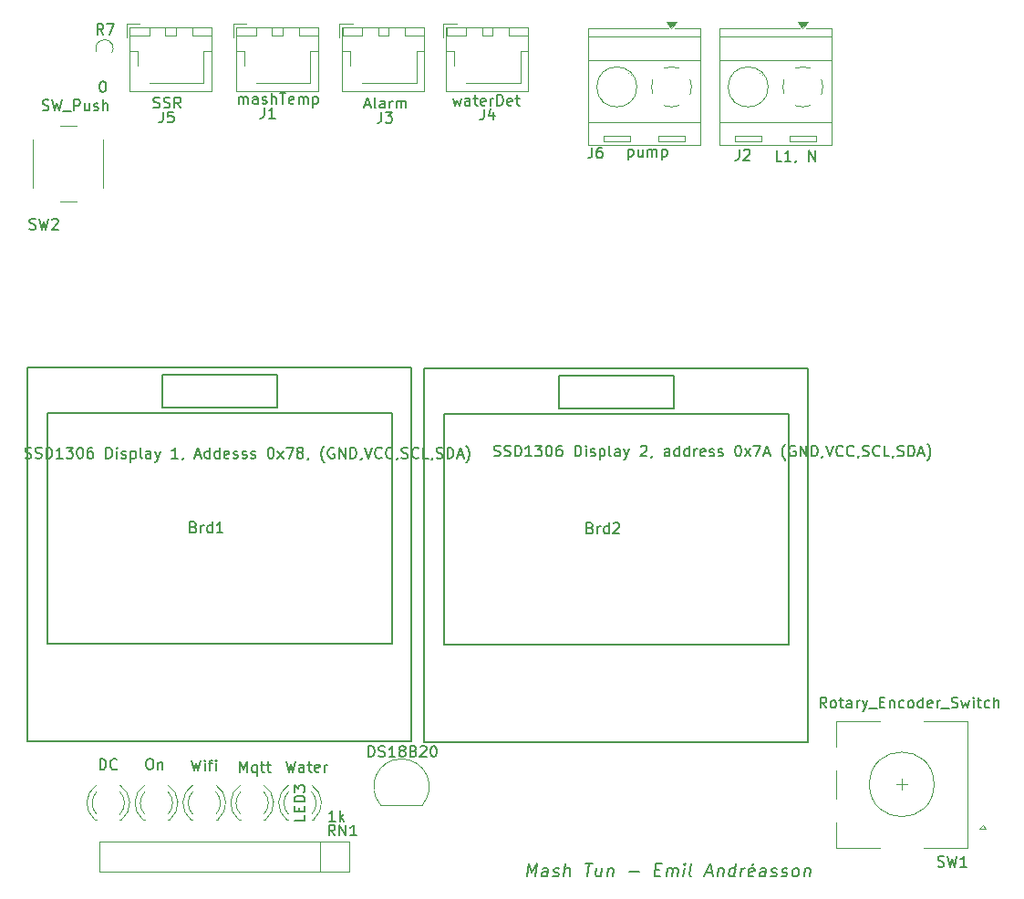
<source format=gto>
%TF.GenerationSoftware,KiCad,Pcbnew,9.0.0*%
%TF.CreationDate,2026-01-24T21:54:57+01:00*%
%TF.ProjectId,MashMachine V2.0,4d617368-4d61-4636-9869-6e652056322e,rev?*%
%TF.SameCoordinates,Original*%
%TF.FileFunction,Legend,Top*%
%TF.FilePolarity,Positive*%
%FSLAX46Y46*%
G04 Gerber Fmt 4.6, Leading zero omitted, Abs format (unit mm)*
G04 Created by KiCad (PCBNEW 9.0.0) date 2026-01-24 21:54:57*
%MOMM*%
%LPD*%
G01*
G04 APERTURE LIST*
%ADD10C,0.187500*%
%ADD11C,0.150000*%
%ADD12C,0.120000*%
G04 APERTURE END LIST*
D10*
X149753926Y-135352392D02*
X149903926Y-134152392D01*
X149903926Y-134152392D02*
X150196783Y-135009535D01*
X150196783Y-135009535D02*
X150703926Y-134152392D01*
X150703926Y-134152392D02*
X150553926Y-135352392D01*
X151639641Y-135352392D02*
X151718212Y-134723821D01*
X151718212Y-134723821D02*
X151675355Y-134609535D01*
X151675355Y-134609535D02*
X151568212Y-134552392D01*
X151568212Y-134552392D02*
X151339641Y-134552392D01*
X151339641Y-134552392D02*
X151218212Y-134609535D01*
X151646784Y-135295250D02*
X151525355Y-135352392D01*
X151525355Y-135352392D02*
X151239641Y-135352392D01*
X151239641Y-135352392D02*
X151132498Y-135295250D01*
X151132498Y-135295250D02*
X151089641Y-135180964D01*
X151089641Y-135180964D02*
X151103926Y-135066678D01*
X151103926Y-135066678D02*
X151175355Y-134952392D01*
X151175355Y-134952392D02*
X151296784Y-134895250D01*
X151296784Y-134895250D02*
X151582498Y-134895250D01*
X151582498Y-134895250D02*
X151703926Y-134838107D01*
X152161069Y-135295250D02*
X152268212Y-135352392D01*
X152268212Y-135352392D02*
X152496783Y-135352392D01*
X152496783Y-135352392D02*
X152618212Y-135295250D01*
X152618212Y-135295250D02*
X152689640Y-135180964D01*
X152689640Y-135180964D02*
X152696783Y-135123821D01*
X152696783Y-135123821D02*
X152653926Y-135009535D01*
X152653926Y-135009535D02*
X152546783Y-134952392D01*
X152546783Y-134952392D02*
X152375355Y-134952392D01*
X152375355Y-134952392D02*
X152268212Y-134895250D01*
X152268212Y-134895250D02*
X152225355Y-134780964D01*
X152225355Y-134780964D02*
X152232498Y-134723821D01*
X152232498Y-134723821D02*
X152303926Y-134609535D01*
X152303926Y-134609535D02*
X152425355Y-134552392D01*
X152425355Y-134552392D02*
X152596783Y-134552392D01*
X152596783Y-134552392D02*
X152703926Y-134609535D01*
X153182498Y-135352392D02*
X153332498Y-134152392D01*
X153696784Y-135352392D02*
X153775355Y-134723821D01*
X153775355Y-134723821D02*
X153732498Y-134609535D01*
X153732498Y-134609535D02*
X153625355Y-134552392D01*
X153625355Y-134552392D02*
X153453927Y-134552392D01*
X153453927Y-134552392D02*
X153332498Y-134609535D01*
X153332498Y-134609535D02*
X153268212Y-134666678D01*
X155161069Y-134152392D02*
X155846784Y-134152392D01*
X155353927Y-135352392D02*
X155503927Y-134152392D01*
X156711070Y-134552392D02*
X156611070Y-135352392D01*
X156196784Y-134552392D02*
X156118213Y-135180964D01*
X156118213Y-135180964D02*
X156161070Y-135295250D01*
X156161070Y-135295250D02*
X156268213Y-135352392D01*
X156268213Y-135352392D02*
X156439641Y-135352392D01*
X156439641Y-135352392D02*
X156561070Y-135295250D01*
X156561070Y-135295250D02*
X156625355Y-135238107D01*
X157282498Y-134552392D02*
X157182498Y-135352392D01*
X157268212Y-134666678D02*
X157332498Y-134609535D01*
X157332498Y-134609535D02*
X157453927Y-134552392D01*
X157453927Y-134552392D02*
X157625355Y-134552392D01*
X157625355Y-134552392D02*
X157732498Y-134609535D01*
X157732498Y-134609535D02*
X157775355Y-134723821D01*
X157775355Y-134723821D02*
X157696784Y-135352392D01*
X159239641Y-134895250D02*
X160153927Y-134895250D01*
X161661069Y-134723821D02*
X162061069Y-134723821D01*
X162153927Y-135352392D02*
X161582498Y-135352392D01*
X161582498Y-135352392D02*
X161732498Y-134152392D01*
X161732498Y-134152392D02*
X162303927Y-134152392D01*
X162668212Y-135352392D02*
X162768212Y-134552392D01*
X162753926Y-134666678D02*
X162818212Y-134609535D01*
X162818212Y-134609535D02*
X162939641Y-134552392D01*
X162939641Y-134552392D02*
X163111069Y-134552392D01*
X163111069Y-134552392D02*
X163218212Y-134609535D01*
X163218212Y-134609535D02*
X163261069Y-134723821D01*
X163261069Y-134723821D02*
X163182498Y-135352392D01*
X163261069Y-134723821D02*
X163332498Y-134609535D01*
X163332498Y-134609535D02*
X163453926Y-134552392D01*
X163453926Y-134552392D02*
X163625355Y-134552392D01*
X163625355Y-134552392D02*
X163732498Y-134609535D01*
X163732498Y-134609535D02*
X163775355Y-134723821D01*
X163775355Y-134723821D02*
X163696783Y-135352392D01*
X164268212Y-135352392D02*
X164368212Y-134552392D01*
X164418212Y-134152392D02*
X164353926Y-134209535D01*
X164353926Y-134209535D02*
X164403926Y-134266678D01*
X164403926Y-134266678D02*
X164468212Y-134209535D01*
X164468212Y-134209535D02*
X164418212Y-134152392D01*
X164418212Y-134152392D02*
X164403926Y-134266678D01*
X165011070Y-135352392D02*
X164903927Y-135295250D01*
X164903927Y-135295250D02*
X164861070Y-135180964D01*
X164861070Y-135180964D02*
X164989641Y-134152392D01*
X166368212Y-135009535D02*
X166939641Y-135009535D01*
X166211069Y-135352392D02*
X166761069Y-134152392D01*
X166761069Y-134152392D02*
X167011069Y-135352392D01*
X167511069Y-134552392D02*
X167411069Y-135352392D01*
X167496783Y-134666678D02*
X167561069Y-134609535D01*
X167561069Y-134609535D02*
X167682498Y-134552392D01*
X167682498Y-134552392D02*
X167853926Y-134552392D01*
X167853926Y-134552392D02*
X167961069Y-134609535D01*
X167961069Y-134609535D02*
X168003926Y-134723821D01*
X168003926Y-134723821D02*
X167925355Y-135352392D01*
X169011069Y-135352392D02*
X169161069Y-134152392D01*
X169018212Y-135295250D02*
X168896783Y-135352392D01*
X168896783Y-135352392D02*
X168668212Y-135352392D01*
X168668212Y-135352392D02*
X168561069Y-135295250D01*
X168561069Y-135295250D02*
X168511069Y-135238107D01*
X168511069Y-135238107D02*
X168468212Y-135123821D01*
X168468212Y-135123821D02*
X168511069Y-134780964D01*
X168511069Y-134780964D02*
X168582497Y-134666678D01*
X168582497Y-134666678D02*
X168646783Y-134609535D01*
X168646783Y-134609535D02*
X168768212Y-134552392D01*
X168768212Y-134552392D02*
X168996783Y-134552392D01*
X168996783Y-134552392D02*
X169103926Y-134609535D01*
X169582497Y-135352392D02*
X169682497Y-134552392D01*
X169653926Y-134780964D02*
X169725354Y-134666678D01*
X169725354Y-134666678D02*
X169789640Y-134609535D01*
X169789640Y-134609535D02*
X169911068Y-134552392D01*
X169911068Y-134552392D02*
X170025354Y-134552392D01*
X170789640Y-135295250D02*
X170668211Y-135352392D01*
X170668211Y-135352392D02*
X170439640Y-135352392D01*
X170439640Y-135352392D02*
X170332497Y-135295250D01*
X170332497Y-135295250D02*
X170289640Y-135180964D01*
X170289640Y-135180964D02*
X170346783Y-134723821D01*
X170346783Y-134723821D02*
X170418211Y-134609535D01*
X170418211Y-134609535D02*
X170539640Y-134552392D01*
X170539640Y-134552392D02*
X170768211Y-134552392D01*
X170768211Y-134552392D02*
X170875354Y-134609535D01*
X170875354Y-134609535D02*
X170918211Y-134723821D01*
X170918211Y-134723821D02*
X170903925Y-134838107D01*
X170903925Y-134838107D02*
X170318211Y-134952392D01*
X170825354Y-134095250D02*
X170632497Y-134266678D01*
X171868211Y-135352392D02*
X171946782Y-134723821D01*
X171946782Y-134723821D02*
X171903925Y-134609535D01*
X171903925Y-134609535D02*
X171796782Y-134552392D01*
X171796782Y-134552392D02*
X171568211Y-134552392D01*
X171568211Y-134552392D02*
X171446782Y-134609535D01*
X171875354Y-135295250D02*
X171753925Y-135352392D01*
X171753925Y-135352392D02*
X171468211Y-135352392D01*
X171468211Y-135352392D02*
X171361068Y-135295250D01*
X171361068Y-135295250D02*
X171318211Y-135180964D01*
X171318211Y-135180964D02*
X171332496Y-135066678D01*
X171332496Y-135066678D02*
X171403925Y-134952392D01*
X171403925Y-134952392D02*
X171525354Y-134895250D01*
X171525354Y-134895250D02*
X171811068Y-134895250D01*
X171811068Y-134895250D02*
X171932496Y-134838107D01*
X172389639Y-135295250D02*
X172496782Y-135352392D01*
X172496782Y-135352392D02*
X172725353Y-135352392D01*
X172725353Y-135352392D02*
X172846782Y-135295250D01*
X172846782Y-135295250D02*
X172918210Y-135180964D01*
X172918210Y-135180964D02*
X172925353Y-135123821D01*
X172925353Y-135123821D02*
X172882496Y-135009535D01*
X172882496Y-135009535D02*
X172775353Y-134952392D01*
X172775353Y-134952392D02*
X172603925Y-134952392D01*
X172603925Y-134952392D02*
X172496782Y-134895250D01*
X172496782Y-134895250D02*
X172453925Y-134780964D01*
X172453925Y-134780964D02*
X172461068Y-134723821D01*
X172461068Y-134723821D02*
X172532496Y-134609535D01*
X172532496Y-134609535D02*
X172653925Y-134552392D01*
X172653925Y-134552392D02*
X172825353Y-134552392D01*
X172825353Y-134552392D02*
X172932496Y-134609535D01*
X173361068Y-135295250D02*
X173468211Y-135352392D01*
X173468211Y-135352392D02*
X173696782Y-135352392D01*
X173696782Y-135352392D02*
X173818211Y-135295250D01*
X173818211Y-135295250D02*
X173889639Y-135180964D01*
X173889639Y-135180964D02*
X173896782Y-135123821D01*
X173896782Y-135123821D02*
X173853925Y-135009535D01*
X173853925Y-135009535D02*
X173746782Y-134952392D01*
X173746782Y-134952392D02*
X173575354Y-134952392D01*
X173575354Y-134952392D02*
X173468211Y-134895250D01*
X173468211Y-134895250D02*
X173425354Y-134780964D01*
X173425354Y-134780964D02*
X173432497Y-134723821D01*
X173432497Y-134723821D02*
X173503925Y-134609535D01*
X173503925Y-134609535D02*
X173625354Y-134552392D01*
X173625354Y-134552392D02*
X173796782Y-134552392D01*
X173796782Y-134552392D02*
X173903925Y-134609535D01*
X174553926Y-135352392D02*
X174446783Y-135295250D01*
X174446783Y-135295250D02*
X174396783Y-135238107D01*
X174396783Y-135238107D02*
X174353926Y-135123821D01*
X174353926Y-135123821D02*
X174396783Y-134780964D01*
X174396783Y-134780964D02*
X174468211Y-134666678D01*
X174468211Y-134666678D02*
X174532497Y-134609535D01*
X174532497Y-134609535D02*
X174653926Y-134552392D01*
X174653926Y-134552392D02*
X174825354Y-134552392D01*
X174825354Y-134552392D02*
X174932497Y-134609535D01*
X174932497Y-134609535D02*
X174982497Y-134666678D01*
X174982497Y-134666678D02*
X175025354Y-134780964D01*
X175025354Y-134780964D02*
X174982497Y-135123821D01*
X174982497Y-135123821D02*
X174911068Y-135238107D01*
X174911068Y-135238107D02*
X174846783Y-135295250D01*
X174846783Y-135295250D02*
X174725354Y-135352392D01*
X174725354Y-135352392D02*
X174553926Y-135352392D01*
X175568211Y-134552392D02*
X175468211Y-135352392D01*
X175553925Y-134666678D02*
X175618211Y-134609535D01*
X175618211Y-134609535D02*
X175739640Y-134552392D01*
X175739640Y-134552392D02*
X175911068Y-134552392D01*
X175911068Y-134552392D02*
X176018211Y-134609535D01*
X176018211Y-134609535D02*
X176061068Y-134723821D01*
X176061068Y-134723821D02*
X175982497Y-135352392D01*
D11*
X118801333Y-102893409D02*
X118944190Y-102941028D01*
X118944190Y-102941028D02*
X118991809Y-102988647D01*
X118991809Y-102988647D02*
X119039428Y-103083885D01*
X119039428Y-103083885D02*
X119039428Y-103226742D01*
X119039428Y-103226742D02*
X118991809Y-103321980D01*
X118991809Y-103321980D02*
X118944190Y-103369600D01*
X118944190Y-103369600D02*
X118848952Y-103417219D01*
X118848952Y-103417219D02*
X118468000Y-103417219D01*
X118468000Y-103417219D02*
X118468000Y-102417219D01*
X118468000Y-102417219D02*
X118801333Y-102417219D01*
X118801333Y-102417219D02*
X118896571Y-102464838D01*
X118896571Y-102464838D02*
X118944190Y-102512457D01*
X118944190Y-102512457D02*
X118991809Y-102607695D01*
X118991809Y-102607695D02*
X118991809Y-102702933D01*
X118991809Y-102702933D02*
X118944190Y-102798171D01*
X118944190Y-102798171D02*
X118896571Y-102845790D01*
X118896571Y-102845790D02*
X118801333Y-102893409D01*
X118801333Y-102893409D02*
X118468000Y-102893409D01*
X119468000Y-103417219D02*
X119468000Y-102750552D01*
X119468000Y-102941028D02*
X119515619Y-102845790D01*
X119515619Y-102845790D02*
X119563238Y-102798171D01*
X119563238Y-102798171D02*
X119658476Y-102750552D01*
X119658476Y-102750552D02*
X119753714Y-102750552D01*
X120515619Y-103417219D02*
X120515619Y-102417219D01*
X120515619Y-103369600D02*
X120420381Y-103417219D01*
X120420381Y-103417219D02*
X120229905Y-103417219D01*
X120229905Y-103417219D02*
X120134667Y-103369600D01*
X120134667Y-103369600D02*
X120087048Y-103321980D01*
X120087048Y-103321980D02*
X120039429Y-103226742D01*
X120039429Y-103226742D02*
X120039429Y-102941028D01*
X120039429Y-102941028D02*
X120087048Y-102845790D01*
X120087048Y-102845790D02*
X120134667Y-102798171D01*
X120134667Y-102798171D02*
X120229905Y-102750552D01*
X120229905Y-102750552D02*
X120420381Y-102750552D01*
X120420381Y-102750552D02*
X120515619Y-102798171D01*
X121515619Y-103417219D02*
X120944191Y-103417219D01*
X121229905Y-103417219D02*
X121229905Y-102417219D01*
X121229905Y-102417219D02*
X121134667Y-102560076D01*
X121134667Y-102560076D02*
X121039429Y-102655314D01*
X121039429Y-102655314D02*
X120944191Y-102702933D01*
X103156742Y-96470000D02*
X103299599Y-96517619D01*
X103299599Y-96517619D02*
X103537694Y-96517619D01*
X103537694Y-96517619D02*
X103632932Y-96470000D01*
X103632932Y-96470000D02*
X103680551Y-96422380D01*
X103680551Y-96422380D02*
X103728170Y-96327142D01*
X103728170Y-96327142D02*
X103728170Y-96231904D01*
X103728170Y-96231904D02*
X103680551Y-96136666D01*
X103680551Y-96136666D02*
X103632932Y-96089047D01*
X103632932Y-96089047D02*
X103537694Y-96041428D01*
X103537694Y-96041428D02*
X103347218Y-95993809D01*
X103347218Y-95993809D02*
X103251980Y-95946190D01*
X103251980Y-95946190D02*
X103204361Y-95898571D01*
X103204361Y-95898571D02*
X103156742Y-95803333D01*
X103156742Y-95803333D02*
X103156742Y-95708095D01*
X103156742Y-95708095D02*
X103204361Y-95612857D01*
X103204361Y-95612857D02*
X103251980Y-95565238D01*
X103251980Y-95565238D02*
X103347218Y-95517619D01*
X103347218Y-95517619D02*
X103585313Y-95517619D01*
X103585313Y-95517619D02*
X103728170Y-95565238D01*
X104109123Y-96470000D02*
X104251980Y-96517619D01*
X104251980Y-96517619D02*
X104490075Y-96517619D01*
X104490075Y-96517619D02*
X104585313Y-96470000D01*
X104585313Y-96470000D02*
X104632932Y-96422380D01*
X104632932Y-96422380D02*
X104680551Y-96327142D01*
X104680551Y-96327142D02*
X104680551Y-96231904D01*
X104680551Y-96231904D02*
X104632932Y-96136666D01*
X104632932Y-96136666D02*
X104585313Y-96089047D01*
X104585313Y-96089047D02*
X104490075Y-96041428D01*
X104490075Y-96041428D02*
X104299599Y-95993809D01*
X104299599Y-95993809D02*
X104204361Y-95946190D01*
X104204361Y-95946190D02*
X104156742Y-95898571D01*
X104156742Y-95898571D02*
X104109123Y-95803333D01*
X104109123Y-95803333D02*
X104109123Y-95708095D01*
X104109123Y-95708095D02*
X104156742Y-95612857D01*
X104156742Y-95612857D02*
X104204361Y-95565238D01*
X104204361Y-95565238D02*
X104299599Y-95517619D01*
X104299599Y-95517619D02*
X104537694Y-95517619D01*
X104537694Y-95517619D02*
X104680551Y-95565238D01*
X105109123Y-96517619D02*
X105109123Y-95517619D01*
X105109123Y-95517619D02*
X105347218Y-95517619D01*
X105347218Y-95517619D02*
X105490075Y-95565238D01*
X105490075Y-95565238D02*
X105585313Y-95660476D01*
X105585313Y-95660476D02*
X105632932Y-95755714D01*
X105632932Y-95755714D02*
X105680551Y-95946190D01*
X105680551Y-95946190D02*
X105680551Y-96089047D01*
X105680551Y-96089047D02*
X105632932Y-96279523D01*
X105632932Y-96279523D02*
X105585313Y-96374761D01*
X105585313Y-96374761D02*
X105490075Y-96470000D01*
X105490075Y-96470000D02*
X105347218Y-96517619D01*
X105347218Y-96517619D02*
X105109123Y-96517619D01*
X106632932Y-96517619D02*
X106061504Y-96517619D01*
X106347218Y-96517619D02*
X106347218Y-95517619D01*
X106347218Y-95517619D02*
X106251980Y-95660476D01*
X106251980Y-95660476D02*
X106156742Y-95755714D01*
X106156742Y-95755714D02*
X106061504Y-95803333D01*
X106966266Y-95517619D02*
X107585313Y-95517619D01*
X107585313Y-95517619D02*
X107251980Y-95898571D01*
X107251980Y-95898571D02*
X107394837Y-95898571D01*
X107394837Y-95898571D02*
X107490075Y-95946190D01*
X107490075Y-95946190D02*
X107537694Y-95993809D01*
X107537694Y-95993809D02*
X107585313Y-96089047D01*
X107585313Y-96089047D02*
X107585313Y-96327142D01*
X107585313Y-96327142D02*
X107537694Y-96422380D01*
X107537694Y-96422380D02*
X107490075Y-96470000D01*
X107490075Y-96470000D02*
X107394837Y-96517619D01*
X107394837Y-96517619D02*
X107109123Y-96517619D01*
X107109123Y-96517619D02*
X107013885Y-96470000D01*
X107013885Y-96470000D02*
X106966266Y-96422380D01*
X108204361Y-95517619D02*
X108299599Y-95517619D01*
X108299599Y-95517619D02*
X108394837Y-95565238D01*
X108394837Y-95565238D02*
X108442456Y-95612857D01*
X108442456Y-95612857D02*
X108490075Y-95708095D01*
X108490075Y-95708095D02*
X108537694Y-95898571D01*
X108537694Y-95898571D02*
X108537694Y-96136666D01*
X108537694Y-96136666D02*
X108490075Y-96327142D01*
X108490075Y-96327142D02*
X108442456Y-96422380D01*
X108442456Y-96422380D02*
X108394837Y-96470000D01*
X108394837Y-96470000D02*
X108299599Y-96517619D01*
X108299599Y-96517619D02*
X108204361Y-96517619D01*
X108204361Y-96517619D02*
X108109123Y-96470000D01*
X108109123Y-96470000D02*
X108061504Y-96422380D01*
X108061504Y-96422380D02*
X108013885Y-96327142D01*
X108013885Y-96327142D02*
X107966266Y-96136666D01*
X107966266Y-96136666D02*
X107966266Y-95898571D01*
X107966266Y-95898571D02*
X108013885Y-95708095D01*
X108013885Y-95708095D02*
X108061504Y-95612857D01*
X108061504Y-95612857D02*
X108109123Y-95565238D01*
X108109123Y-95565238D02*
X108204361Y-95517619D01*
X109394837Y-95517619D02*
X109204361Y-95517619D01*
X109204361Y-95517619D02*
X109109123Y-95565238D01*
X109109123Y-95565238D02*
X109061504Y-95612857D01*
X109061504Y-95612857D02*
X108966266Y-95755714D01*
X108966266Y-95755714D02*
X108918647Y-95946190D01*
X108918647Y-95946190D02*
X108918647Y-96327142D01*
X108918647Y-96327142D02*
X108966266Y-96422380D01*
X108966266Y-96422380D02*
X109013885Y-96470000D01*
X109013885Y-96470000D02*
X109109123Y-96517619D01*
X109109123Y-96517619D02*
X109299599Y-96517619D01*
X109299599Y-96517619D02*
X109394837Y-96470000D01*
X109394837Y-96470000D02*
X109442456Y-96422380D01*
X109442456Y-96422380D02*
X109490075Y-96327142D01*
X109490075Y-96327142D02*
X109490075Y-96089047D01*
X109490075Y-96089047D02*
X109442456Y-95993809D01*
X109442456Y-95993809D02*
X109394837Y-95946190D01*
X109394837Y-95946190D02*
X109299599Y-95898571D01*
X109299599Y-95898571D02*
X109109123Y-95898571D01*
X109109123Y-95898571D02*
X109013885Y-95946190D01*
X109013885Y-95946190D02*
X108966266Y-95993809D01*
X108966266Y-95993809D02*
X108918647Y-96089047D01*
X110680552Y-96517619D02*
X110680552Y-95517619D01*
X110680552Y-95517619D02*
X110918647Y-95517619D01*
X110918647Y-95517619D02*
X111061504Y-95565238D01*
X111061504Y-95565238D02*
X111156742Y-95660476D01*
X111156742Y-95660476D02*
X111204361Y-95755714D01*
X111204361Y-95755714D02*
X111251980Y-95946190D01*
X111251980Y-95946190D02*
X111251980Y-96089047D01*
X111251980Y-96089047D02*
X111204361Y-96279523D01*
X111204361Y-96279523D02*
X111156742Y-96374761D01*
X111156742Y-96374761D02*
X111061504Y-96470000D01*
X111061504Y-96470000D02*
X110918647Y-96517619D01*
X110918647Y-96517619D02*
X110680552Y-96517619D01*
X111680552Y-96517619D02*
X111680552Y-95850952D01*
X111680552Y-95517619D02*
X111632933Y-95565238D01*
X111632933Y-95565238D02*
X111680552Y-95612857D01*
X111680552Y-95612857D02*
X111728171Y-95565238D01*
X111728171Y-95565238D02*
X111680552Y-95517619D01*
X111680552Y-95517619D02*
X111680552Y-95612857D01*
X112109123Y-96470000D02*
X112204361Y-96517619D01*
X112204361Y-96517619D02*
X112394837Y-96517619D01*
X112394837Y-96517619D02*
X112490075Y-96470000D01*
X112490075Y-96470000D02*
X112537694Y-96374761D01*
X112537694Y-96374761D02*
X112537694Y-96327142D01*
X112537694Y-96327142D02*
X112490075Y-96231904D01*
X112490075Y-96231904D02*
X112394837Y-96184285D01*
X112394837Y-96184285D02*
X112251980Y-96184285D01*
X112251980Y-96184285D02*
X112156742Y-96136666D01*
X112156742Y-96136666D02*
X112109123Y-96041428D01*
X112109123Y-96041428D02*
X112109123Y-95993809D01*
X112109123Y-95993809D02*
X112156742Y-95898571D01*
X112156742Y-95898571D02*
X112251980Y-95850952D01*
X112251980Y-95850952D02*
X112394837Y-95850952D01*
X112394837Y-95850952D02*
X112490075Y-95898571D01*
X112966266Y-95850952D02*
X112966266Y-96850952D01*
X112966266Y-95898571D02*
X113061504Y-95850952D01*
X113061504Y-95850952D02*
X113251980Y-95850952D01*
X113251980Y-95850952D02*
X113347218Y-95898571D01*
X113347218Y-95898571D02*
X113394837Y-95946190D01*
X113394837Y-95946190D02*
X113442456Y-96041428D01*
X113442456Y-96041428D02*
X113442456Y-96327142D01*
X113442456Y-96327142D02*
X113394837Y-96422380D01*
X113394837Y-96422380D02*
X113347218Y-96470000D01*
X113347218Y-96470000D02*
X113251980Y-96517619D01*
X113251980Y-96517619D02*
X113061504Y-96517619D01*
X113061504Y-96517619D02*
X112966266Y-96470000D01*
X114013885Y-96517619D02*
X113918647Y-96470000D01*
X113918647Y-96470000D02*
X113871028Y-96374761D01*
X113871028Y-96374761D02*
X113871028Y-95517619D01*
X114823409Y-96517619D02*
X114823409Y-95993809D01*
X114823409Y-95993809D02*
X114775790Y-95898571D01*
X114775790Y-95898571D02*
X114680552Y-95850952D01*
X114680552Y-95850952D02*
X114490076Y-95850952D01*
X114490076Y-95850952D02*
X114394838Y-95898571D01*
X114823409Y-96470000D02*
X114728171Y-96517619D01*
X114728171Y-96517619D02*
X114490076Y-96517619D01*
X114490076Y-96517619D02*
X114394838Y-96470000D01*
X114394838Y-96470000D02*
X114347219Y-96374761D01*
X114347219Y-96374761D02*
X114347219Y-96279523D01*
X114347219Y-96279523D02*
X114394838Y-96184285D01*
X114394838Y-96184285D02*
X114490076Y-96136666D01*
X114490076Y-96136666D02*
X114728171Y-96136666D01*
X114728171Y-96136666D02*
X114823409Y-96089047D01*
X115204362Y-95850952D02*
X115442457Y-96517619D01*
X115680552Y-95850952D02*
X115442457Y-96517619D01*
X115442457Y-96517619D02*
X115347219Y-96755714D01*
X115347219Y-96755714D02*
X115299600Y-96803333D01*
X115299600Y-96803333D02*
X115204362Y-96850952D01*
X117347219Y-96517619D02*
X116775791Y-96517619D01*
X117061505Y-96517619D02*
X117061505Y-95517619D01*
X117061505Y-95517619D02*
X116966267Y-95660476D01*
X116966267Y-95660476D02*
X116871029Y-95755714D01*
X116871029Y-95755714D02*
X116775791Y-95803333D01*
X117823410Y-96470000D02*
X117823410Y-96517619D01*
X117823410Y-96517619D02*
X117775791Y-96612857D01*
X117775791Y-96612857D02*
X117728172Y-96660476D01*
X118966267Y-96231904D02*
X119442457Y-96231904D01*
X118871029Y-96517619D02*
X119204362Y-95517619D01*
X119204362Y-95517619D02*
X119537695Y-96517619D01*
X120299600Y-96517619D02*
X120299600Y-95517619D01*
X120299600Y-96470000D02*
X120204362Y-96517619D01*
X120204362Y-96517619D02*
X120013886Y-96517619D01*
X120013886Y-96517619D02*
X119918648Y-96470000D01*
X119918648Y-96470000D02*
X119871029Y-96422380D01*
X119871029Y-96422380D02*
X119823410Y-96327142D01*
X119823410Y-96327142D02*
X119823410Y-96041428D01*
X119823410Y-96041428D02*
X119871029Y-95946190D01*
X119871029Y-95946190D02*
X119918648Y-95898571D01*
X119918648Y-95898571D02*
X120013886Y-95850952D01*
X120013886Y-95850952D02*
X120204362Y-95850952D01*
X120204362Y-95850952D02*
X120299600Y-95898571D01*
X121204362Y-96517619D02*
X121204362Y-95517619D01*
X121204362Y-96470000D02*
X121109124Y-96517619D01*
X121109124Y-96517619D02*
X120918648Y-96517619D01*
X120918648Y-96517619D02*
X120823410Y-96470000D01*
X120823410Y-96470000D02*
X120775791Y-96422380D01*
X120775791Y-96422380D02*
X120728172Y-96327142D01*
X120728172Y-96327142D02*
X120728172Y-96041428D01*
X120728172Y-96041428D02*
X120775791Y-95946190D01*
X120775791Y-95946190D02*
X120823410Y-95898571D01*
X120823410Y-95898571D02*
X120918648Y-95850952D01*
X120918648Y-95850952D02*
X121109124Y-95850952D01*
X121109124Y-95850952D02*
X121204362Y-95898571D01*
X122061505Y-96470000D02*
X121966267Y-96517619D01*
X121966267Y-96517619D02*
X121775791Y-96517619D01*
X121775791Y-96517619D02*
X121680553Y-96470000D01*
X121680553Y-96470000D02*
X121632934Y-96374761D01*
X121632934Y-96374761D02*
X121632934Y-95993809D01*
X121632934Y-95993809D02*
X121680553Y-95898571D01*
X121680553Y-95898571D02*
X121775791Y-95850952D01*
X121775791Y-95850952D02*
X121966267Y-95850952D01*
X121966267Y-95850952D02*
X122061505Y-95898571D01*
X122061505Y-95898571D02*
X122109124Y-95993809D01*
X122109124Y-95993809D02*
X122109124Y-96089047D01*
X122109124Y-96089047D02*
X121632934Y-96184285D01*
X122490077Y-96470000D02*
X122585315Y-96517619D01*
X122585315Y-96517619D02*
X122775791Y-96517619D01*
X122775791Y-96517619D02*
X122871029Y-96470000D01*
X122871029Y-96470000D02*
X122918648Y-96374761D01*
X122918648Y-96374761D02*
X122918648Y-96327142D01*
X122918648Y-96327142D02*
X122871029Y-96231904D01*
X122871029Y-96231904D02*
X122775791Y-96184285D01*
X122775791Y-96184285D02*
X122632934Y-96184285D01*
X122632934Y-96184285D02*
X122537696Y-96136666D01*
X122537696Y-96136666D02*
X122490077Y-96041428D01*
X122490077Y-96041428D02*
X122490077Y-95993809D01*
X122490077Y-95993809D02*
X122537696Y-95898571D01*
X122537696Y-95898571D02*
X122632934Y-95850952D01*
X122632934Y-95850952D02*
X122775791Y-95850952D01*
X122775791Y-95850952D02*
X122871029Y-95898571D01*
X123299601Y-96470000D02*
X123394839Y-96517619D01*
X123394839Y-96517619D02*
X123585315Y-96517619D01*
X123585315Y-96517619D02*
X123680553Y-96470000D01*
X123680553Y-96470000D02*
X123728172Y-96374761D01*
X123728172Y-96374761D02*
X123728172Y-96327142D01*
X123728172Y-96327142D02*
X123680553Y-96231904D01*
X123680553Y-96231904D02*
X123585315Y-96184285D01*
X123585315Y-96184285D02*
X123442458Y-96184285D01*
X123442458Y-96184285D02*
X123347220Y-96136666D01*
X123347220Y-96136666D02*
X123299601Y-96041428D01*
X123299601Y-96041428D02*
X123299601Y-95993809D01*
X123299601Y-95993809D02*
X123347220Y-95898571D01*
X123347220Y-95898571D02*
X123442458Y-95850952D01*
X123442458Y-95850952D02*
X123585315Y-95850952D01*
X123585315Y-95850952D02*
X123680553Y-95898571D01*
X124109125Y-96470000D02*
X124204363Y-96517619D01*
X124204363Y-96517619D02*
X124394839Y-96517619D01*
X124394839Y-96517619D02*
X124490077Y-96470000D01*
X124490077Y-96470000D02*
X124537696Y-96374761D01*
X124537696Y-96374761D02*
X124537696Y-96327142D01*
X124537696Y-96327142D02*
X124490077Y-96231904D01*
X124490077Y-96231904D02*
X124394839Y-96184285D01*
X124394839Y-96184285D02*
X124251982Y-96184285D01*
X124251982Y-96184285D02*
X124156744Y-96136666D01*
X124156744Y-96136666D02*
X124109125Y-96041428D01*
X124109125Y-96041428D02*
X124109125Y-95993809D01*
X124109125Y-95993809D02*
X124156744Y-95898571D01*
X124156744Y-95898571D02*
X124251982Y-95850952D01*
X124251982Y-95850952D02*
X124394839Y-95850952D01*
X124394839Y-95850952D02*
X124490077Y-95898571D01*
X125918649Y-95517619D02*
X126013887Y-95517619D01*
X126013887Y-95517619D02*
X126109125Y-95565238D01*
X126109125Y-95565238D02*
X126156744Y-95612857D01*
X126156744Y-95612857D02*
X126204363Y-95708095D01*
X126204363Y-95708095D02*
X126251982Y-95898571D01*
X126251982Y-95898571D02*
X126251982Y-96136666D01*
X126251982Y-96136666D02*
X126204363Y-96327142D01*
X126204363Y-96327142D02*
X126156744Y-96422380D01*
X126156744Y-96422380D02*
X126109125Y-96470000D01*
X126109125Y-96470000D02*
X126013887Y-96517619D01*
X126013887Y-96517619D02*
X125918649Y-96517619D01*
X125918649Y-96517619D02*
X125823411Y-96470000D01*
X125823411Y-96470000D02*
X125775792Y-96422380D01*
X125775792Y-96422380D02*
X125728173Y-96327142D01*
X125728173Y-96327142D02*
X125680554Y-96136666D01*
X125680554Y-96136666D02*
X125680554Y-95898571D01*
X125680554Y-95898571D02*
X125728173Y-95708095D01*
X125728173Y-95708095D02*
X125775792Y-95612857D01*
X125775792Y-95612857D02*
X125823411Y-95565238D01*
X125823411Y-95565238D02*
X125918649Y-95517619D01*
X126585316Y-96517619D02*
X127109125Y-95850952D01*
X126585316Y-95850952D02*
X127109125Y-96517619D01*
X127394840Y-95517619D02*
X128061506Y-95517619D01*
X128061506Y-95517619D02*
X127632935Y-96517619D01*
X128585316Y-95946190D02*
X128490078Y-95898571D01*
X128490078Y-95898571D02*
X128442459Y-95850952D01*
X128442459Y-95850952D02*
X128394840Y-95755714D01*
X128394840Y-95755714D02*
X128394840Y-95708095D01*
X128394840Y-95708095D02*
X128442459Y-95612857D01*
X128442459Y-95612857D02*
X128490078Y-95565238D01*
X128490078Y-95565238D02*
X128585316Y-95517619D01*
X128585316Y-95517619D02*
X128775792Y-95517619D01*
X128775792Y-95517619D02*
X128871030Y-95565238D01*
X128871030Y-95565238D02*
X128918649Y-95612857D01*
X128918649Y-95612857D02*
X128966268Y-95708095D01*
X128966268Y-95708095D02*
X128966268Y-95755714D01*
X128966268Y-95755714D02*
X128918649Y-95850952D01*
X128918649Y-95850952D02*
X128871030Y-95898571D01*
X128871030Y-95898571D02*
X128775792Y-95946190D01*
X128775792Y-95946190D02*
X128585316Y-95946190D01*
X128585316Y-95946190D02*
X128490078Y-95993809D01*
X128490078Y-95993809D02*
X128442459Y-96041428D01*
X128442459Y-96041428D02*
X128394840Y-96136666D01*
X128394840Y-96136666D02*
X128394840Y-96327142D01*
X128394840Y-96327142D02*
X128442459Y-96422380D01*
X128442459Y-96422380D02*
X128490078Y-96470000D01*
X128490078Y-96470000D02*
X128585316Y-96517619D01*
X128585316Y-96517619D02*
X128775792Y-96517619D01*
X128775792Y-96517619D02*
X128871030Y-96470000D01*
X128871030Y-96470000D02*
X128918649Y-96422380D01*
X128918649Y-96422380D02*
X128966268Y-96327142D01*
X128966268Y-96327142D02*
X128966268Y-96136666D01*
X128966268Y-96136666D02*
X128918649Y-96041428D01*
X128918649Y-96041428D02*
X128871030Y-95993809D01*
X128871030Y-95993809D02*
X128775792Y-95946190D01*
X129442459Y-96470000D02*
X129442459Y-96517619D01*
X129442459Y-96517619D02*
X129394840Y-96612857D01*
X129394840Y-96612857D02*
X129347221Y-96660476D01*
X130918649Y-96898571D02*
X130871030Y-96850952D01*
X130871030Y-96850952D02*
X130775792Y-96708095D01*
X130775792Y-96708095D02*
X130728173Y-96612857D01*
X130728173Y-96612857D02*
X130680554Y-96470000D01*
X130680554Y-96470000D02*
X130632935Y-96231904D01*
X130632935Y-96231904D02*
X130632935Y-96041428D01*
X130632935Y-96041428D02*
X130680554Y-95803333D01*
X130680554Y-95803333D02*
X130728173Y-95660476D01*
X130728173Y-95660476D02*
X130775792Y-95565238D01*
X130775792Y-95565238D02*
X130871030Y-95422380D01*
X130871030Y-95422380D02*
X130918649Y-95374761D01*
X131823411Y-95565238D02*
X131728173Y-95517619D01*
X131728173Y-95517619D02*
X131585316Y-95517619D01*
X131585316Y-95517619D02*
X131442459Y-95565238D01*
X131442459Y-95565238D02*
X131347221Y-95660476D01*
X131347221Y-95660476D02*
X131299602Y-95755714D01*
X131299602Y-95755714D02*
X131251983Y-95946190D01*
X131251983Y-95946190D02*
X131251983Y-96089047D01*
X131251983Y-96089047D02*
X131299602Y-96279523D01*
X131299602Y-96279523D02*
X131347221Y-96374761D01*
X131347221Y-96374761D02*
X131442459Y-96470000D01*
X131442459Y-96470000D02*
X131585316Y-96517619D01*
X131585316Y-96517619D02*
X131680554Y-96517619D01*
X131680554Y-96517619D02*
X131823411Y-96470000D01*
X131823411Y-96470000D02*
X131871030Y-96422380D01*
X131871030Y-96422380D02*
X131871030Y-96089047D01*
X131871030Y-96089047D02*
X131680554Y-96089047D01*
X132299602Y-96517619D02*
X132299602Y-95517619D01*
X132299602Y-95517619D02*
X132871030Y-96517619D01*
X132871030Y-96517619D02*
X132871030Y-95517619D01*
X133347221Y-96517619D02*
X133347221Y-95517619D01*
X133347221Y-95517619D02*
X133585316Y-95517619D01*
X133585316Y-95517619D02*
X133728173Y-95565238D01*
X133728173Y-95565238D02*
X133823411Y-95660476D01*
X133823411Y-95660476D02*
X133871030Y-95755714D01*
X133871030Y-95755714D02*
X133918649Y-95946190D01*
X133918649Y-95946190D02*
X133918649Y-96089047D01*
X133918649Y-96089047D02*
X133871030Y-96279523D01*
X133871030Y-96279523D02*
X133823411Y-96374761D01*
X133823411Y-96374761D02*
X133728173Y-96470000D01*
X133728173Y-96470000D02*
X133585316Y-96517619D01*
X133585316Y-96517619D02*
X133347221Y-96517619D01*
X134394840Y-96470000D02*
X134394840Y-96517619D01*
X134394840Y-96517619D02*
X134347221Y-96612857D01*
X134347221Y-96612857D02*
X134299602Y-96660476D01*
X134680554Y-95517619D02*
X135013887Y-96517619D01*
X135013887Y-96517619D02*
X135347220Y-95517619D01*
X136251982Y-96422380D02*
X136204363Y-96470000D01*
X136204363Y-96470000D02*
X136061506Y-96517619D01*
X136061506Y-96517619D02*
X135966268Y-96517619D01*
X135966268Y-96517619D02*
X135823411Y-96470000D01*
X135823411Y-96470000D02*
X135728173Y-96374761D01*
X135728173Y-96374761D02*
X135680554Y-96279523D01*
X135680554Y-96279523D02*
X135632935Y-96089047D01*
X135632935Y-96089047D02*
X135632935Y-95946190D01*
X135632935Y-95946190D02*
X135680554Y-95755714D01*
X135680554Y-95755714D02*
X135728173Y-95660476D01*
X135728173Y-95660476D02*
X135823411Y-95565238D01*
X135823411Y-95565238D02*
X135966268Y-95517619D01*
X135966268Y-95517619D02*
X136061506Y-95517619D01*
X136061506Y-95517619D02*
X136204363Y-95565238D01*
X136204363Y-95565238D02*
X136251982Y-95612857D01*
X137251982Y-96422380D02*
X137204363Y-96470000D01*
X137204363Y-96470000D02*
X137061506Y-96517619D01*
X137061506Y-96517619D02*
X136966268Y-96517619D01*
X136966268Y-96517619D02*
X136823411Y-96470000D01*
X136823411Y-96470000D02*
X136728173Y-96374761D01*
X136728173Y-96374761D02*
X136680554Y-96279523D01*
X136680554Y-96279523D02*
X136632935Y-96089047D01*
X136632935Y-96089047D02*
X136632935Y-95946190D01*
X136632935Y-95946190D02*
X136680554Y-95755714D01*
X136680554Y-95755714D02*
X136728173Y-95660476D01*
X136728173Y-95660476D02*
X136823411Y-95565238D01*
X136823411Y-95565238D02*
X136966268Y-95517619D01*
X136966268Y-95517619D02*
X137061506Y-95517619D01*
X137061506Y-95517619D02*
X137204363Y-95565238D01*
X137204363Y-95565238D02*
X137251982Y-95612857D01*
X137728173Y-96470000D02*
X137728173Y-96517619D01*
X137728173Y-96517619D02*
X137680554Y-96612857D01*
X137680554Y-96612857D02*
X137632935Y-96660476D01*
X138109125Y-96470000D02*
X138251982Y-96517619D01*
X138251982Y-96517619D02*
X138490077Y-96517619D01*
X138490077Y-96517619D02*
X138585315Y-96470000D01*
X138585315Y-96470000D02*
X138632934Y-96422380D01*
X138632934Y-96422380D02*
X138680553Y-96327142D01*
X138680553Y-96327142D02*
X138680553Y-96231904D01*
X138680553Y-96231904D02*
X138632934Y-96136666D01*
X138632934Y-96136666D02*
X138585315Y-96089047D01*
X138585315Y-96089047D02*
X138490077Y-96041428D01*
X138490077Y-96041428D02*
X138299601Y-95993809D01*
X138299601Y-95993809D02*
X138204363Y-95946190D01*
X138204363Y-95946190D02*
X138156744Y-95898571D01*
X138156744Y-95898571D02*
X138109125Y-95803333D01*
X138109125Y-95803333D02*
X138109125Y-95708095D01*
X138109125Y-95708095D02*
X138156744Y-95612857D01*
X138156744Y-95612857D02*
X138204363Y-95565238D01*
X138204363Y-95565238D02*
X138299601Y-95517619D01*
X138299601Y-95517619D02*
X138537696Y-95517619D01*
X138537696Y-95517619D02*
X138680553Y-95565238D01*
X139680553Y-96422380D02*
X139632934Y-96470000D01*
X139632934Y-96470000D02*
X139490077Y-96517619D01*
X139490077Y-96517619D02*
X139394839Y-96517619D01*
X139394839Y-96517619D02*
X139251982Y-96470000D01*
X139251982Y-96470000D02*
X139156744Y-96374761D01*
X139156744Y-96374761D02*
X139109125Y-96279523D01*
X139109125Y-96279523D02*
X139061506Y-96089047D01*
X139061506Y-96089047D02*
X139061506Y-95946190D01*
X139061506Y-95946190D02*
X139109125Y-95755714D01*
X139109125Y-95755714D02*
X139156744Y-95660476D01*
X139156744Y-95660476D02*
X139251982Y-95565238D01*
X139251982Y-95565238D02*
X139394839Y-95517619D01*
X139394839Y-95517619D02*
X139490077Y-95517619D01*
X139490077Y-95517619D02*
X139632934Y-95565238D01*
X139632934Y-95565238D02*
X139680553Y-95612857D01*
X140585315Y-96517619D02*
X140109125Y-96517619D01*
X140109125Y-96517619D02*
X140109125Y-95517619D01*
X140966268Y-96470000D02*
X140966268Y-96517619D01*
X140966268Y-96517619D02*
X140918649Y-96612857D01*
X140918649Y-96612857D02*
X140871030Y-96660476D01*
X141347220Y-96470000D02*
X141490077Y-96517619D01*
X141490077Y-96517619D02*
X141728172Y-96517619D01*
X141728172Y-96517619D02*
X141823410Y-96470000D01*
X141823410Y-96470000D02*
X141871029Y-96422380D01*
X141871029Y-96422380D02*
X141918648Y-96327142D01*
X141918648Y-96327142D02*
X141918648Y-96231904D01*
X141918648Y-96231904D02*
X141871029Y-96136666D01*
X141871029Y-96136666D02*
X141823410Y-96089047D01*
X141823410Y-96089047D02*
X141728172Y-96041428D01*
X141728172Y-96041428D02*
X141537696Y-95993809D01*
X141537696Y-95993809D02*
X141442458Y-95946190D01*
X141442458Y-95946190D02*
X141394839Y-95898571D01*
X141394839Y-95898571D02*
X141347220Y-95803333D01*
X141347220Y-95803333D02*
X141347220Y-95708095D01*
X141347220Y-95708095D02*
X141394839Y-95612857D01*
X141394839Y-95612857D02*
X141442458Y-95565238D01*
X141442458Y-95565238D02*
X141537696Y-95517619D01*
X141537696Y-95517619D02*
X141775791Y-95517619D01*
X141775791Y-95517619D02*
X141918648Y-95565238D01*
X142347220Y-96517619D02*
X142347220Y-95517619D01*
X142347220Y-95517619D02*
X142585315Y-95517619D01*
X142585315Y-95517619D02*
X142728172Y-95565238D01*
X142728172Y-95565238D02*
X142823410Y-95660476D01*
X142823410Y-95660476D02*
X142871029Y-95755714D01*
X142871029Y-95755714D02*
X142918648Y-95946190D01*
X142918648Y-95946190D02*
X142918648Y-96089047D01*
X142918648Y-96089047D02*
X142871029Y-96279523D01*
X142871029Y-96279523D02*
X142823410Y-96374761D01*
X142823410Y-96374761D02*
X142728172Y-96470000D01*
X142728172Y-96470000D02*
X142585315Y-96517619D01*
X142585315Y-96517619D02*
X142347220Y-96517619D01*
X143299601Y-96231904D02*
X143775791Y-96231904D01*
X143204363Y-96517619D02*
X143537696Y-95517619D01*
X143537696Y-95517619D02*
X143871029Y-96517619D01*
X144109125Y-96898571D02*
X144156744Y-96850952D01*
X144156744Y-96850952D02*
X144251982Y-96708095D01*
X144251982Y-96708095D02*
X144299601Y-96612857D01*
X144299601Y-96612857D02*
X144347220Y-96470000D01*
X144347220Y-96470000D02*
X144394839Y-96231904D01*
X144394839Y-96231904D02*
X144394839Y-96041428D01*
X144394839Y-96041428D02*
X144347220Y-95803333D01*
X144347220Y-95803333D02*
X144299601Y-95660476D01*
X144299601Y-95660476D02*
X144251982Y-95565238D01*
X144251982Y-95565238D02*
X144156744Y-95422380D01*
X144156744Y-95422380D02*
X144109125Y-95374761D01*
X110424933Y-57173019D02*
X110091600Y-56696828D01*
X109853505Y-57173019D02*
X109853505Y-56173019D01*
X109853505Y-56173019D02*
X110234457Y-56173019D01*
X110234457Y-56173019D02*
X110329695Y-56220638D01*
X110329695Y-56220638D02*
X110377314Y-56268257D01*
X110377314Y-56268257D02*
X110424933Y-56363495D01*
X110424933Y-56363495D02*
X110424933Y-56506352D01*
X110424933Y-56506352D02*
X110377314Y-56601590D01*
X110377314Y-56601590D02*
X110329695Y-56649209D01*
X110329695Y-56649209D02*
X110234457Y-56696828D01*
X110234457Y-56696828D02*
X109853505Y-56696828D01*
X110758267Y-56173019D02*
X111424933Y-56173019D01*
X111424933Y-56173019D02*
X110996362Y-57173019D01*
X110315381Y-61507019D02*
X110410619Y-61507019D01*
X110410619Y-61507019D02*
X110505857Y-61554638D01*
X110505857Y-61554638D02*
X110553476Y-61602257D01*
X110553476Y-61602257D02*
X110601095Y-61697495D01*
X110601095Y-61697495D02*
X110648714Y-61887971D01*
X110648714Y-61887971D02*
X110648714Y-62126066D01*
X110648714Y-62126066D02*
X110601095Y-62316542D01*
X110601095Y-62316542D02*
X110553476Y-62411780D01*
X110553476Y-62411780D02*
X110505857Y-62459400D01*
X110505857Y-62459400D02*
X110410619Y-62507019D01*
X110410619Y-62507019D02*
X110315381Y-62507019D01*
X110315381Y-62507019D02*
X110220143Y-62459400D01*
X110220143Y-62459400D02*
X110172524Y-62411780D01*
X110172524Y-62411780D02*
X110124905Y-62316542D01*
X110124905Y-62316542D02*
X110077286Y-62126066D01*
X110077286Y-62126066D02*
X110077286Y-61887971D01*
X110077286Y-61887971D02*
X110124905Y-61697495D01*
X110124905Y-61697495D02*
X110172524Y-61602257D01*
X110172524Y-61602257D02*
X110220143Y-61554638D01*
X110220143Y-61554638D02*
X110315381Y-61507019D01*
X103568667Y-75210200D02*
X103711524Y-75257819D01*
X103711524Y-75257819D02*
X103949619Y-75257819D01*
X103949619Y-75257819D02*
X104044857Y-75210200D01*
X104044857Y-75210200D02*
X104092476Y-75162580D01*
X104092476Y-75162580D02*
X104140095Y-75067342D01*
X104140095Y-75067342D02*
X104140095Y-74972104D01*
X104140095Y-74972104D02*
X104092476Y-74876866D01*
X104092476Y-74876866D02*
X104044857Y-74829247D01*
X104044857Y-74829247D02*
X103949619Y-74781628D01*
X103949619Y-74781628D02*
X103759143Y-74734009D01*
X103759143Y-74734009D02*
X103663905Y-74686390D01*
X103663905Y-74686390D02*
X103616286Y-74638771D01*
X103616286Y-74638771D02*
X103568667Y-74543533D01*
X103568667Y-74543533D02*
X103568667Y-74448295D01*
X103568667Y-74448295D02*
X103616286Y-74353057D01*
X103616286Y-74353057D02*
X103663905Y-74305438D01*
X103663905Y-74305438D02*
X103759143Y-74257819D01*
X103759143Y-74257819D02*
X103997238Y-74257819D01*
X103997238Y-74257819D02*
X104140095Y-74305438D01*
X104473429Y-74257819D02*
X104711524Y-75257819D01*
X104711524Y-75257819D02*
X104902000Y-74543533D01*
X104902000Y-74543533D02*
X105092476Y-75257819D01*
X105092476Y-75257819D02*
X105330572Y-74257819D01*
X105663905Y-74353057D02*
X105711524Y-74305438D01*
X105711524Y-74305438D02*
X105806762Y-74257819D01*
X105806762Y-74257819D02*
X106044857Y-74257819D01*
X106044857Y-74257819D02*
X106140095Y-74305438D01*
X106140095Y-74305438D02*
X106187714Y-74353057D01*
X106187714Y-74353057D02*
X106235333Y-74448295D01*
X106235333Y-74448295D02*
X106235333Y-74543533D01*
X106235333Y-74543533D02*
X106187714Y-74686390D01*
X106187714Y-74686390D02*
X105616286Y-75257819D01*
X105616286Y-75257819D02*
X106235333Y-75257819D01*
X104775381Y-64161200D02*
X104918238Y-64208819D01*
X104918238Y-64208819D02*
X105156333Y-64208819D01*
X105156333Y-64208819D02*
X105251571Y-64161200D01*
X105251571Y-64161200D02*
X105299190Y-64113580D01*
X105299190Y-64113580D02*
X105346809Y-64018342D01*
X105346809Y-64018342D02*
X105346809Y-63923104D01*
X105346809Y-63923104D02*
X105299190Y-63827866D01*
X105299190Y-63827866D02*
X105251571Y-63780247D01*
X105251571Y-63780247D02*
X105156333Y-63732628D01*
X105156333Y-63732628D02*
X104965857Y-63685009D01*
X104965857Y-63685009D02*
X104870619Y-63637390D01*
X104870619Y-63637390D02*
X104823000Y-63589771D01*
X104823000Y-63589771D02*
X104775381Y-63494533D01*
X104775381Y-63494533D02*
X104775381Y-63399295D01*
X104775381Y-63399295D02*
X104823000Y-63304057D01*
X104823000Y-63304057D02*
X104870619Y-63256438D01*
X104870619Y-63256438D02*
X104965857Y-63208819D01*
X104965857Y-63208819D02*
X105203952Y-63208819D01*
X105203952Y-63208819D02*
X105346809Y-63256438D01*
X105680143Y-63208819D02*
X105918238Y-64208819D01*
X105918238Y-64208819D02*
X106108714Y-63494533D01*
X106108714Y-63494533D02*
X106299190Y-64208819D01*
X106299190Y-64208819D02*
X106537286Y-63208819D01*
X106680143Y-64304057D02*
X107442047Y-64304057D01*
X107680143Y-64208819D02*
X107680143Y-63208819D01*
X107680143Y-63208819D02*
X108061095Y-63208819D01*
X108061095Y-63208819D02*
X108156333Y-63256438D01*
X108156333Y-63256438D02*
X108203952Y-63304057D01*
X108203952Y-63304057D02*
X108251571Y-63399295D01*
X108251571Y-63399295D02*
X108251571Y-63542152D01*
X108251571Y-63542152D02*
X108203952Y-63637390D01*
X108203952Y-63637390D02*
X108156333Y-63685009D01*
X108156333Y-63685009D02*
X108061095Y-63732628D01*
X108061095Y-63732628D02*
X107680143Y-63732628D01*
X109108714Y-63542152D02*
X109108714Y-64208819D01*
X108680143Y-63542152D02*
X108680143Y-64065961D01*
X108680143Y-64065961D02*
X108727762Y-64161200D01*
X108727762Y-64161200D02*
X108823000Y-64208819D01*
X108823000Y-64208819D02*
X108965857Y-64208819D01*
X108965857Y-64208819D02*
X109061095Y-64161200D01*
X109061095Y-64161200D02*
X109108714Y-64113580D01*
X109537286Y-64161200D02*
X109632524Y-64208819D01*
X109632524Y-64208819D02*
X109823000Y-64208819D01*
X109823000Y-64208819D02*
X109918238Y-64161200D01*
X109918238Y-64161200D02*
X109965857Y-64065961D01*
X109965857Y-64065961D02*
X109965857Y-64018342D01*
X109965857Y-64018342D02*
X109918238Y-63923104D01*
X109918238Y-63923104D02*
X109823000Y-63875485D01*
X109823000Y-63875485D02*
X109680143Y-63875485D01*
X109680143Y-63875485D02*
X109584905Y-63827866D01*
X109584905Y-63827866D02*
X109537286Y-63732628D01*
X109537286Y-63732628D02*
X109537286Y-63685009D01*
X109537286Y-63685009D02*
X109584905Y-63589771D01*
X109584905Y-63589771D02*
X109680143Y-63542152D01*
X109680143Y-63542152D02*
X109823000Y-63542152D01*
X109823000Y-63542152D02*
X109918238Y-63589771D01*
X110394429Y-64208819D02*
X110394429Y-63208819D01*
X110823000Y-64208819D02*
X110823000Y-63685009D01*
X110823000Y-63685009D02*
X110775381Y-63589771D01*
X110775381Y-63589771D02*
X110680143Y-63542152D01*
X110680143Y-63542152D02*
X110537286Y-63542152D01*
X110537286Y-63542152D02*
X110442048Y-63589771D01*
X110442048Y-63589771D02*
X110394429Y-63637390D01*
X125345866Y-63945419D02*
X125345866Y-64659704D01*
X125345866Y-64659704D02*
X125298247Y-64802561D01*
X125298247Y-64802561D02*
X125203009Y-64897800D01*
X125203009Y-64897800D02*
X125060152Y-64945419D01*
X125060152Y-64945419D02*
X124964914Y-64945419D01*
X126345866Y-64945419D02*
X125774438Y-64945419D01*
X126060152Y-64945419D02*
X126060152Y-63945419D01*
X126060152Y-63945419D02*
X125964914Y-64088276D01*
X125964914Y-64088276D02*
X125869676Y-64183514D01*
X125869676Y-64183514D02*
X125774438Y-64231133D01*
X122977733Y-63599219D02*
X122977733Y-62932552D01*
X122977733Y-63027790D02*
X123025352Y-62980171D01*
X123025352Y-62980171D02*
X123120590Y-62932552D01*
X123120590Y-62932552D02*
X123263447Y-62932552D01*
X123263447Y-62932552D02*
X123358685Y-62980171D01*
X123358685Y-62980171D02*
X123406304Y-63075409D01*
X123406304Y-63075409D02*
X123406304Y-63599219D01*
X123406304Y-63075409D02*
X123453923Y-62980171D01*
X123453923Y-62980171D02*
X123549161Y-62932552D01*
X123549161Y-62932552D02*
X123692018Y-62932552D01*
X123692018Y-62932552D02*
X123787257Y-62980171D01*
X123787257Y-62980171D02*
X123834876Y-63075409D01*
X123834876Y-63075409D02*
X123834876Y-63599219D01*
X124739637Y-63599219D02*
X124739637Y-63075409D01*
X124739637Y-63075409D02*
X124692018Y-62980171D01*
X124692018Y-62980171D02*
X124596780Y-62932552D01*
X124596780Y-62932552D02*
X124406304Y-62932552D01*
X124406304Y-62932552D02*
X124311066Y-62980171D01*
X124739637Y-63551600D02*
X124644399Y-63599219D01*
X124644399Y-63599219D02*
X124406304Y-63599219D01*
X124406304Y-63599219D02*
X124311066Y-63551600D01*
X124311066Y-63551600D02*
X124263447Y-63456361D01*
X124263447Y-63456361D02*
X124263447Y-63361123D01*
X124263447Y-63361123D02*
X124311066Y-63265885D01*
X124311066Y-63265885D02*
X124406304Y-63218266D01*
X124406304Y-63218266D02*
X124644399Y-63218266D01*
X124644399Y-63218266D02*
X124739637Y-63170647D01*
X125168209Y-63551600D02*
X125263447Y-63599219D01*
X125263447Y-63599219D02*
X125453923Y-63599219D01*
X125453923Y-63599219D02*
X125549161Y-63551600D01*
X125549161Y-63551600D02*
X125596780Y-63456361D01*
X125596780Y-63456361D02*
X125596780Y-63408742D01*
X125596780Y-63408742D02*
X125549161Y-63313504D01*
X125549161Y-63313504D02*
X125453923Y-63265885D01*
X125453923Y-63265885D02*
X125311066Y-63265885D01*
X125311066Y-63265885D02*
X125215828Y-63218266D01*
X125215828Y-63218266D02*
X125168209Y-63123028D01*
X125168209Y-63123028D02*
X125168209Y-63075409D01*
X125168209Y-63075409D02*
X125215828Y-62980171D01*
X125215828Y-62980171D02*
X125311066Y-62932552D01*
X125311066Y-62932552D02*
X125453923Y-62932552D01*
X125453923Y-62932552D02*
X125549161Y-62980171D01*
X126025352Y-63599219D02*
X126025352Y-62599219D01*
X126453923Y-63599219D02*
X126453923Y-63075409D01*
X126453923Y-63075409D02*
X126406304Y-62980171D01*
X126406304Y-62980171D02*
X126311066Y-62932552D01*
X126311066Y-62932552D02*
X126168209Y-62932552D01*
X126168209Y-62932552D02*
X126072971Y-62980171D01*
X126072971Y-62980171D02*
X126025352Y-63027790D01*
X126787257Y-62599219D02*
X127358685Y-62599219D01*
X127072971Y-63599219D02*
X127072971Y-62599219D01*
X128072971Y-63551600D02*
X127977733Y-63599219D01*
X127977733Y-63599219D02*
X127787257Y-63599219D01*
X127787257Y-63599219D02*
X127692019Y-63551600D01*
X127692019Y-63551600D02*
X127644400Y-63456361D01*
X127644400Y-63456361D02*
X127644400Y-63075409D01*
X127644400Y-63075409D02*
X127692019Y-62980171D01*
X127692019Y-62980171D02*
X127787257Y-62932552D01*
X127787257Y-62932552D02*
X127977733Y-62932552D01*
X127977733Y-62932552D02*
X128072971Y-62980171D01*
X128072971Y-62980171D02*
X128120590Y-63075409D01*
X128120590Y-63075409D02*
X128120590Y-63170647D01*
X128120590Y-63170647D02*
X127644400Y-63265885D01*
X128549162Y-63599219D02*
X128549162Y-62932552D01*
X128549162Y-63027790D02*
X128596781Y-62980171D01*
X128596781Y-62980171D02*
X128692019Y-62932552D01*
X128692019Y-62932552D02*
X128834876Y-62932552D01*
X128834876Y-62932552D02*
X128930114Y-62980171D01*
X128930114Y-62980171D02*
X128977733Y-63075409D01*
X128977733Y-63075409D02*
X128977733Y-63599219D01*
X128977733Y-63075409D02*
X129025352Y-62980171D01*
X129025352Y-62980171D02*
X129120590Y-62932552D01*
X129120590Y-62932552D02*
X129263447Y-62932552D01*
X129263447Y-62932552D02*
X129358686Y-62980171D01*
X129358686Y-62980171D02*
X129406305Y-63075409D01*
X129406305Y-63075409D02*
X129406305Y-63599219D01*
X129882495Y-62932552D02*
X129882495Y-63932552D01*
X129882495Y-62980171D02*
X129977733Y-62932552D01*
X129977733Y-62932552D02*
X130168209Y-62932552D01*
X130168209Y-62932552D02*
X130263447Y-62980171D01*
X130263447Y-62980171D02*
X130311066Y-63027790D01*
X130311066Y-63027790D02*
X130358685Y-63123028D01*
X130358685Y-63123028D02*
X130358685Y-63408742D01*
X130358685Y-63408742D02*
X130311066Y-63503980D01*
X130311066Y-63503980D02*
X130263447Y-63551600D01*
X130263447Y-63551600D02*
X130168209Y-63599219D01*
X130168209Y-63599219D02*
X129977733Y-63599219D01*
X129977733Y-63599219D02*
X129882495Y-63551600D01*
X110099977Y-125422819D02*
X110099977Y-124422819D01*
X110099977Y-124422819D02*
X110338072Y-124422819D01*
X110338072Y-124422819D02*
X110480929Y-124470438D01*
X110480929Y-124470438D02*
X110576167Y-124565676D01*
X110576167Y-124565676D02*
X110623786Y-124660914D01*
X110623786Y-124660914D02*
X110671405Y-124851390D01*
X110671405Y-124851390D02*
X110671405Y-124994247D01*
X110671405Y-124994247D02*
X110623786Y-125184723D01*
X110623786Y-125184723D02*
X110576167Y-125279961D01*
X110576167Y-125279961D02*
X110480929Y-125375200D01*
X110480929Y-125375200D02*
X110338072Y-125422819D01*
X110338072Y-125422819D02*
X110099977Y-125422819D01*
X111671405Y-125327580D02*
X111623786Y-125375200D01*
X111623786Y-125375200D02*
X111480929Y-125422819D01*
X111480929Y-125422819D02*
X111385691Y-125422819D01*
X111385691Y-125422819D02*
X111242834Y-125375200D01*
X111242834Y-125375200D02*
X111147596Y-125279961D01*
X111147596Y-125279961D02*
X111099977Y-125184723D01*
X111099977Y-125184723D02*
X111052358Y-124994247D01*
X111052358Y-124994247D02*
X111052358Y-124851390D01*
X111052358Y-124851390D02*
X111099977Y-124660914D01*
X111099977Y-124660914D02*
X111147596Y-124565676D01*
X111147596Y-124565676D02*
X111242834Y-124470438D01*
X111242834Y-124470438D02*
X111385691Y-124422819D01*
X111385691Y-124422819D02*
X111480929Y-124422819D01*
X111480929Y-124422819D02*
X111623786Y-124470438D01*
X111623786Y-124470438D02*
X111671405Y-124518057D01*
X136217066Y-64351819D02*
X136217066Y-65066104D01*
X136217066Y-65066104D02*
X136169447Y-65208961D01*
X136169447Y-65208961D02*
X136074209Y-65304200D01*
X136074209Y-65304200D02*
X135931352Y-65351819D01*
X135931352Y-65351819D02*
X135836114Y-65351819D01*
X136598019Y-64351819D02*
X137217066Y-64351819D01*
X137217066Y-64351819D02*
X136883733Y-64732771D01*
X136883733Y-64732771D02*
X137026590Y-64732771D01*
X137026590Y-64732771D02*
X137121828Y-64780390D01*
X137121828Y-64780390D02*
X137169447Y-64828009D01*
X137169447Y-64828009D02*
X137217066Y-64923247D01*
X137217066Y-64923247D02*
X137217066Y-65161342D01*
X137217066Y-65161342D02*
X137169447Y-65256580D01*
X137169447Y-65256580D02*
X137121828Y-65304200D01*
X137121828Y-65304200D02*
X137026590Y-65351819D01*
X137026590Y-65351819D02*
X136740876Y-65351819D01*
X136740876Y-65351819D02*
X136645638Y-65304200D01*
X136645638Y-65304200D02*
X136598019Y-65256580D01*
X134672628Y-63697104D02*
X135148818Y-63697104D01*
X134577390Y-63982819D02*
X134910723Y-62982819D01*
X134910723Y-62982819D02*
X135244056Y-63982819D01*
X135720247Y-63982819D02*
X135625009Y-63935200D01*
X135625009Y-63935200D02*
X135577390Y-63839961D01*
X135577390Y-63839961D02*
X135577390Y-62982819D01*
X136529771Y-63982819D02*
X136529771Y-63459009D01*
X136529771Y-63459009D02*
X136482152Y-63363771D01*
X136482152Y-63363771D02*
X136386914Y-63316152D01*
X136386914Y-63316152D02*
X136196438Y-63316152D01*
X136196438Y-63316152D02*
X136101200Y-63363771D01*
X136529771Y-63935200D02*
X136434533Y-63982819D01*
X136434533Y-63982819D02*
X136196438Y-63982819D01*
X136196438Y-63982819D02*
X136101200Y-63935200D01*
X136101200Y-63935200D02*
X136053581Y-63839961D01*
X136053581Y-63839961D02*
X136053581Y-63744723D01*
X136053581Y-63744723D02*
X136101200Y-63649485D01*
X136101200Y-63649485D02*
X136196438Y-63601866D01*
X136196438Y-63601866D02*
X136434533Y-63601866D01*
X136434533Y-63601866D02*
X136529771Y-63554247D01*
X137005962Y-63982819D02*
X137005962Y-63316152D01*
X137005962Y-63506628D02*
X137053581Y-63411390D01*
X137053581Y-63411390D02*
X137101200Y-63363771D01*
X137101200Y-63363771D02*
X137196438Y-63316152D01*
X137196438Y-63316152D02*
X137291676Y-63316152D01*
X137625010Y-63982819D02*
X137625010Y-63316152D01*
X137625010Y-63411390D02*
X137672629Y-63363771D01*
X137672629Y-63363771D02*
X137767867Y-63316152D01*
X137767867Y-63316152D02*
X137910724Y-63316152D01*
X137910724Y-63316152D02*
X138005962Y-63363771D01*
X138005962Y-63363771D02*
X138053581Y-63459009D01*
X138053581Y-63459009D02*
X138053581Y-63982819D01*
X138053581Y-63459009D02*
X138101200Y-63363771D01*
X138101200Y-63363771D02*
X138196438Y-63316152D01*
X138196438Y-63316152D02*
X138339295Y-63316152D01*
X138339295Y-63316152D02*
X138434534Y-63363771D01*
X138434534Y-63363771D02*
X138482153Y-63459009D01*
X138482153Y-63459009D02*
X138482153Y-63982819D01*
X155631333Y-102975009D02*
X155774190Y-103022628D01*
X155774190Y-103022628D02*
X155821809Y-103070247D01*
X155821809Y-103070247D02*
X155869428Y-103165485D01*
X155869428Y-103165485D02*
X155869428Y-103308342D01*
X155869428Y-103308342D02*
X155821809Y-103403580D01*
X155821809Y-103403580D02*
X155774190Y-103451200D01*
X155774190Y-103451200D02*
X155678952Y-103498819D01*
X155678952Y-103498819D02*
X155298000Y-103498819D01*
X155298000Y-103498819D02*
X155298000Y-102498819D01*
X155298000Y-102498819D02*
X155631333Y-102498819D01*
X155631333Y-102498819D02*
X155726571Y-102546438D01*
X155726571Y-102546438D02*
X155774190Y-102594057D01*
X155774190Y-102594057D02*
X155821809Y-102689295D01*
X155821809Y-102689295D02*
X155821809Y-102784533D01*
X155821809Y-102784533D02*
X155774190Y-102879771D01*
X155774190Y-102879771D02*
X155726571Y-102927390D01*
X155726571Y-102927390D02*
X155631333Y-102975009D01*
X155631333Y-102975009D02*
X155298000Y-102975009D01*
X156298000Y-103498819D02*
X156298000Y-102832152D01*
X156298000Y-103022628D02*
X156345619Y-102927390D01*
X156345619Y-102927390D02*
X156393238Y-102879771D01*
X156393238Y-102879771D02*
X156488476Y-102832152D01*
X156488476Y-102832152D02*
X156583714Y-102832152D01*
X157345619Y-103498819D02*
X157345619Y-102498819D01*
X157345619Y-103451200D02*
X157250381Y-103498819D01*
X157250381Y-103498819D02*
X157059905Y-103498819D01*
X157059905Y-103498819D02*
X156964667Y-103451200D01*
X156964667Y-103451200D02*
X156917048Y-103403580D01*
X156917048Y-103403580D02*
X156869429Y-103308342D01*
X156869429Y-103308342D02*
X156869429Y-103022628D01*
X156869429Y-103022628D02*
X156917048Y-102927390D01*
X156917048Y-102927390D02*
X156964667Y-102879771D01*
X156964667Y-102879771D02*
X157059905Y-102832152D01*
X157059905Y-102832152D02*
X157250381Y-102832152D01*
X157250381Y-102832152D02*
X157345619Y-102879771D01*
X157774191Y-102594057D02*
X157821810Y-102546438D01*
X157821810Y-102546438D02*
X157917048Y-102498819D01*
X157917048Y-102498819D02*
X158155143Y-102498819D01*
X158155143Y-102498819D02*
X158250381Y-102546438D01*
X158250381Y-102546438D02*
X158298000Y-102594057D01*
X158298000Y-102594057D02*
X158345619Y-102689295D01*
X158345619Y-102689295D02*
X158345619Y-102784533D01*
X158345619Y-102784533D02*
X158298000Y-102927390D01*
X158298000Y-102927390D02*
X157726572Y-103498819D01*
X157726572Y-103498819D02*
X158345619Y-103498819D01*
X146693884Y-96266800D02*
X146836741Y-96314419D01*
X146836741Y-96314419D02*
X147074836Y-96314419D01*
X147074836Y-96314419D02*
X147170074Y-96266800D01*
X147170074Y-96266800D02*
X147217693Y-96219180D01*
X147217693Y-96219180D02*
X147265312Y-96123942D01*
X147265312Y-96123942D02*
X147265312Y-96028704D01*
X147265312Y-96028704D02*
X147217693Y-95933466D01*
X147217693Y-95933466D02*
X147170074Y-95885847D01*
X147170074Y-95885847D02*
X147074836Y-95838228D01*
X147074836Y-95838228D02*
X146884360Y-95790609D01*
X146884360Y-95790609D02*
X146789122Y-95742990D01*
X146789122Y-95742990D02*
X146741503Y-95695371D01*
X146741503Y-95695371D02*
X146693884Y-95600133D01*
X146693884Y-95600133D02*
X146693884Y-95504895D01*
X146693884Y-95504895D02*
X146741503Y-95409657D01*
X146741503Y-95409657D02*
X146789122Y-95362038D01*
X146789122Y-95362038D02*
X146884360Y-95314419D01*
X146884360Y-95314419D02*
X147122455Y-95314419D01*
X147122455Y-95314419D02*
X147265312Y-95362038D01*
X147646265Y-96266800D02*
X147789122Y-96314419D01*
X147789122Y-96314419D02*
X148027217Y-96314419D01*
X148027217Y-96314419D02*
X148122455Y-96266800D01*
X148122455Y-96266800D02*
X148170074Y-96219180D01*
X148170074Y-96219180D02*
X148217693Y-96123942D01*
X148217693Y-96123942D02*
X148217693Y-96028704D01*
X148217693Y-96028704D02*
X148170074Y-95933466D01*
X148170074Y-95933466D02*
X148122455Y-95885847D01*
X148122455Y-95885847D02*
X148027217Y-95838228D01*
X148027217Y-95838228D02*
X147836741Y-95790609D01*
X147836741Y-95790609D02*
X147741503Y-95742990D01*
X147741503Y-95742990D02*
X147693884Y-95695371D01*
X147693884Y-95695371D02*
X147646265Y-95600133D01*
X147646265Y-95600133D02*
X147646265Y-95504895D01*
X147646265Y-95504895D02*
X147693884Y-95409657D01*
X147693884Y-95409657D02*
X147741503Y-95362038D01*
X147741503Y-95362038D02*
X147836741Y-95314419D01*
X147836741Y-95314419D02*
X148074836Y-95314419D01*
X148074836Y-95314419D02*
X148217693Y-95362038D01*
X148646265Y-96314419D02*
X148646265Y-95314419D01*
X148646265Y-95314419D02*
X148884360Y-95314419D01*
X148884360Y-95314419D02*
X149027217Y-95362038D01*
X149027217Y-95362038D02*
X149122455Y-95457276D01*
X149122455Y-95457276D02*
X149170074Y-95552514D01*
X149170074Y-95552514D02*
X149217693Y-95742990D01*
X149217693Y-95742990D02*
X149217693Y-95885847D01*
X149217693Y-95885847D02*
X149170074Y-96076323D01*
X149170074Y-96076323D02*
X149122455Y-96171561D01*
X149122455Y-96171561D02*
X149027217Y-96266800D01*
X149027217Y-96266800D02*
X148884360Y-96314419D01*
X148884360Y-96314419D02*
X148646265Y-96314419D01*
X150170074Y-96314419D02*
X149598646Y-96314419D01*
X149884360Y-96314419D02*
X149884360Y-95314419D01*
X149884360Y-95314419D02*
X149789122Y-95457276D01*
X149789122Y-95457276D02*
X149693884Y-95552514D01*
X149693884Y-95552514D02*
X149598646Y-95600133D01*
X150503408Y-95314419D02*
X151122455Y-95314419D01*
X151122455Y-95314419D02*
X150789122Y-95695371D01*
X150789122Y-95695371D02*
X150931979Y-95695371D01*
X150931979Y-95695371D02*
X151027217Y-95742990D01*
X151027217Y-95742990D02*
X151074836Y-95790609D01*
X151074836Y-95790609D02*
X151122455Y-95885847D01*
X151122455Y-95885847D02*
X151122455Y-96123942D01*
X151122455Y-96123942D02*
X151074836Y-96219180D01*
X151074836Y-96219180D02*
X151027217Y-96266800D01*
X151027217Y-96266800D02*
X150931979Y-96314419D01*
X150931979Y-96314419D02*
X150646265Y-96314419D01*
X150646265Y-96314419D02*
X150551027Y-96266800D01*
X150551027Y-96266800D02*
X150503408Y-96219180D01*
X151741503Y-95314419D02*
X151836741Y-95314419D01*
X151836741Y-95314419D02*
X151931979Y-95362038D01*
X151931979Y-95362038D02*
X151979598Y-95409657D01*
X151979598Y-95409657D02*
X152027217Y-95504895D01*
X152027217Y-95504895D02*
X152074836Y-95695371D01*
X152074836Y-95695371D02*
X152074836Y-95933466D01*
X152074836Y-95933466D02*
X152027217Y-96123942D01*
X152027217Y-96123942D02*
X151979598Y-96219180D01*
X151979598Y-96219180D02*
X151931979Y-96266800D01*
X151931979Y-96266800D02*
X151836741Y-96314419D01*
X151836741Y-96314419D02*
X151741503Y-96314419D01*
X151741503Y-96314419D02*
X151646265Y-96266800D01*
X151646265Y-96266800D02*
X151598646Y-96219180D01*
X151598646Y-96219180D02*
X151551027Y-96123942D01*
X151551027Y-96123942D02*
X151503408Y-95933466D01*
X151503408Y-95933466D02*
X151503408Y-95695371D01*
X151503408Y-95695371D02*
X151551027Y-95504895D01*
X151551027Y-95504895D02*
X151598646Y-95409657D01*
X151598646Y-95409657D02*
X151646265Y-95362038D01*
X151646265Y-95362038D02*
X151741503Y-95314419D01*
X152931979Y-95314419D02*
X152741503Y-95314419D01*
X152741503Y-95314419D02*
X152646265Y-95362038D01*
X152646265Y-95362038D02*
X152598646Y-95409657D01*
X152598646Y-95409657D02*
X152503408Y-95552514D01*
X152503408Y-95552514D02*
X152455789Y-95742990D01*
X152455789Y-95742990D02*
X152455789Y-96123942D01*
X152455789Y-96123942D02*
X152503408Y-96219180D01*
X152503408Y-96219180D02*
X152551027Y-96266800D01*
X152551027Y-96266800D02*
X152646265Y-96314419D01*
X152646265Y-96314419D02*
X152836741Y-96314419D01*
X152836741Y-96314419D02*
X152931979Y-96266800D01*
X152931979Y-96266800D02*
X152979598Y-96219180D01*
X152979598Y-96219180D02*
X153027217Y-96123942D01*
X153027217Y-96123942D02*
X153027217Y-95885847D01*
X153027217Y-95885847D02*
X152979598Y-95790609D01*
X152979598Y-95790609D02*
X152931979Y-95742990D01*
X152931979Y-95742990D02*
X152836741Y-95695371D01*
X152836741Y-95695371D02*
X152646265Y-95695371D01*
X152646265Y-95695371D02*
X152551027Y-95742990D01*
X152551027Y-95742990D02*
X152503408Y-95790609D01*
X152503408Y-95790609D02*
X152455789Y-95885847D01*
X154217694Y-96314419D02*
X154217694Y-95314419D01*
X154217694Y-95314419D02*
X154455789Y-95314419D01*
X154455789Y-95314419D02*
X154598646Y-95362038D01*
X154598646Y-95362038D02*
X154693884Y-95457276D01*
X154693884Y-95457276D02*
X154741503Y-95552514D01*
X154741503Y-95552514D02*
X154789122Y-95742990D01*
X154789122Y-95742990D02*
X154789122Y-95885847D01*
X154789122Y-95885847D02*
X154741503Y-96076323D01*
X154741503Y-96076323D02*
X154693884Y-96171561D01*
X154693884Y-96171561D02*
X154598646Y-96266800D01*
X154598646Y-96266800D02*
X154455789Y-96314419D01*
X154455789Y-96314419D02*
X154217694Y-96314419D01*
X155217694Y-96314419D02*
X155217694Y-95647752D01*
X155217694Y-95314419D02*
X155170075Y-95362038D01*
X155170075Y-95362038D02*
X155217694Y-95409657D01*
X155217694Y-95409657D02*
X155265313Y-95362038D01*
X155265313Y-95362038D02*
X155217694Y-95314419D01*
X155217694Y-95314419D02*
X155217694Y-95409657D01*
X155646265Y-96266800D02*
X155741503Y-96314419D01*
X155741503Y-96314419D02*
X155931979Y-96314419D01*
X155931979Y-96314419D02*
X156027217Y-96266800D01*
X156027217Y-96266800D02*
X156074836Y-96171561D01*
X156074836Y-96171561D02*
X156074836Y-96123942D01*
X156074836Y-96123942D02*
X156027217Y-96028704D01*
X156027217Y-96028704D02*
X155931979Y-95981085D01*
X155931979Y-95981085D02*
X155789122Y-95981085D01*
X155789122Y-95981085D02*
X155693884Y-95933466D01*
X155693884Y-95933466D02*
X155646265Y-95838228D01*
X155646265Y-95838228D02*
X155646265Y-95790609D01*
X155646265Y-95790609D02*
X155693884Y-95695371D01*
X155693884Y-95695371D02*
X155789122Y-95647752D01*
X155789122Y-95647752D02*
X155931979Y-95647752D01*
X155931979Y-95647752D02*
X156027217Y-95695371D01*
X156503408Y-95647752D02*
X156503408Y-96647752D01*
X156503408Y-95695371D02*
X156598646Y-95647752D01*
X156598646Y-95647752D02*
X156789122Y-95647752D01*
X156789122Y-95647752D02*
X156884360Y-95695371D01*
X156884360Y-95695371D02*
X156931979Y-95742990D01*
X156931979Y-95742990D02*
X156979598Y-95838228D01*
X156979598Y-95838228D02*
X156979598Y-96123942D01*
X156979598Y-96123942D02*
X156931979Y-96219180D01*
X156931979Y-96219180D02*
X156884360Y-96266800D01*
X156884360Y-96266800D02*
X156789122Y-96314419D01*
X156789122Y-96314419D02*
X156598646Y-96314419D01*
X156598646Y-96314419D02*
X156503408Y-96266800D01*
X157551027Y-96314419D02*
X157455789Y-96266800D01*
X157455789Y-96266800D02*
X157408170Y-96171561D01*
X157408170Y-96171561D02*
X157408170Y-95314419D01*
X158360551Y-96314419D02*
X158360551Y-95790609D01*
X158360551Y-95790609D02*
X158312932Y-95695371D01*
X158312932Y-95695371D02*
X158217694Y-95647752D01*
X158217694Y-95647752D02*
X158027218Y-95647752D01*
X158027218Y-95647752D02*
X157931980Y-95695371D01*
X158360551Y-96266800D02*
X158265313Y-96314419D01*
X158265313Y-96314419D02*
X158027218Y-96314419D01*
X158027218Y-96314419D02*
X157931980Y-96266800D01*
X157931980Y-96266800D02*
X157884361Y-96171561D01*
X157884361Y-96171561D02*
X157884361Y-96076323D01*
X157884361Y-96076323D02*
X157931980Y-95981085D01*
X157931980Y-95981085D02*
X158027218Y-95933466D01*
X158027218Y-95933466D02*
X158265313Y-95933466D01*
X158265313Y-95933466D02*
X158360551Y-95885847D01*
X158741504Y-95647752D02*
X158979599Y-96314419D01*
X159217694Y-95647752D02*
X158979599Y-96314419D01*
X158979599Y-96314419D02*
X158884361Y-96552514D01*
X158884361Y-96552514D02*
X158836742Y-96600133D01*
X158836742Y-96600133D02*
X158741504Y-96647752D01*
X160312933Y-95409657D02*
X160360552Y-95362038D01*
X160360552Y-95362038D02*
X160455790Y-95314419D01*
X160455790Y-95314419D02*
X160693885Y-95314419D01*
X160693885Y-95314419D02*
X160789123Y-95362038D01*
X160789123Y-95362038D02*
X160836742Y-95409657D01*
X160836742Y-95409657D02*
X160884361Y-95504895D01*
X160884361Y-95504895D02*
X160884361Y-95600133D01*
X160884361Y-95600133D02*
X160836742Y-95742990D01*
X160836742Y-95742990D02*
X160265314Y-96314419D01*
X160265314Y-96314419D02*
X160884361Y-96314419D01*
X161360552Y-96266800D02*
X161360552Y-96314419D01*
X161360552Y-96314419D02*
X161312933Y-96409657D01*
X161312933Y-96409657D02*
X161265314Y-96457276D01*
X162979599Y-96314419D02*
X162979599Y-95790609D01*
X162979599Y-95790609D02*
X162931980Y-95695371D01*
X162931980Y-95695371D02*
X162836742Y-95647752D01*
X162836742Y-95647752D02*
X162646266Y-95647752D01*
X162646266Y-95647752D02*
X162551028Y-95695371D01*
X162979599Y-96266800D02*
X162884361Y-96314419D01*
X162884361Y-96314419D02*
X162646266Y-96314419D01*
X162646266Y-96314419D02*
X162551028Y-96266800D01*
X162551028Y-96266800D02*
X162503409Y-96171561D01*
X162503409Y-96171561D02*
X162503409Y-96076323D01*
X162503409Y-96076323D02*
X162551028Y-95981085D01*
X162551028Y-95981085D02*
X162646266Y-95933466D01*
X162646266Y-95933466D02*
X162884361Y-95933466D01*
X162884361Y-95933466D02*
X162979599Y-95885847D01*
X163884361Y-96314419D02*
X163884361Y-95314419D01*
X163884361Y-96266800D02*
X163789123Y-96314419D01*
X163789123Y-96314419D02*
X163598647Y-96314419D01*
X163598647Y-96314419D02*
X163503409Y-96266800D01*
X163503409Y-96266800D02*
X163455790Y-96219180D01*
X163455790Y-96219180D02*
X163408171Y-96123942D01*
X163408171Y-96123942D02*
X163408171Y-95838228D01*
X163408171Y-95838228D02*
X163455790Y-95742990D01*
X163455790Y-95742990D02*
X163503409Y-95695371D01*
X163503409Y-95695371D02*
X163598647Y-95647752D01*
X163598647Y-95647752D02*
X163789123Y-95647752D01*
X163789123Y-95647752D02*
X163884361Y-95695371D01*
X164789123Y-96314419D02*
X164789123Y-95314419D01*
X164789123Y-96266800D02*
X164693885Y-96314419D01*
X164693885Y-96314419D02*
X164503409Y-96314419D01*
X164503409Y-96314419D02*
X164408171Y-96266800D01*
X164408171Y-96266800D02*
X164360552Y-96219180D01*
X164360552Y-96219180D02*
X164312933Y-96123942D01*
X164312933Y-96123942D02*
X164312933Y-95838228D01*
X164312933Y-95838228D02*
X164360552Y-95742990D01*
X164360552Y-95742990D02*
X164408171Y-95695371D01*
X164408171Y-95695371D02*
X164503409Y-95647752D01*
X164503409Y-95647752D02*
X164693885Y-95647752D01*
X164693885Y-95647752D02*
X164789123Y-95695371D01*
X165265314Y-96314419D02*
X165265314Y-95647752D01*
X165265314Y-95838228D02*
X165312933Y-95742990D01*
X165312933Y-95742990D02*
X165360552Y-95695371D01*
X165360552Y-95695371D02*
X165455790Y-95647752D01*
X165455790Y-95647752D02*
X165551028Y-95647752D01*
X166265314Y-96266800D02*
X166170076Y-96314419D01*
X166170076Y-96314419D02*
X165979600Y-96314419D01*
X165979600Y-96314419D02*
X165884362Y-96266800D01*
X165884362Y-96266800D02*
X165836743Y-96171561D01*
X165836743Y-96171561D02*
X165836743Y-95790609D01*
X165836743Y-95790609D02*
X165884362Y-95695371D01*
X165884362Y-95695371D02*
X165979600Y-95647752D01*
X165979600Y-95647752D02*
X166170076Y-95647752D01*
X166170076Y-95647752D02*
X166265314Y-95695371D01*
X166265314Y-95695371D02*
X166312933Y-95790609D01*
X166312933Y-95790609D02*
X166312933Y-95885847D01*
X166312933Y-95885847D02*
X165836743Y-95981085D01*
X166693886Y-96266800D02*
X166789124Y-96314419D01*
X166789124Y-96314419D02*
X166979600Y-96314419D01*
X166979600Y-96314419D02*
X167074838Y-96266800D01*
X167074838Y-96266800D02*
X167122457Y-96171561D01*
X167122457Y-96171561D02*
X167122457Y-96123942D01*
X167122457Y-96123942D02*
X167074838Y-96028704D01*
X167074838Y-96028704D02*
X166979600Y-95981085D01*
X166979600Y-95981085D02*
X166836743Y-95981085D01*
X166836743Y-95981085D02*
X166741505Y-95933466D01*
X166741505Y-95933466D02*
X166693886Y-95838228D01*
X166693886Y-95838228D02*
X166693886Y-95790609D01*
X166693886Y-95790609D02*
X166741505Y-95695371D01*
X166741505Y-95695371D02*
X166836743Y-95647752D01*
X166836743Y-95647752D02*
X166979600Y-95647752D01*
X166979600Y-95647752D02*
X167074838Y-95695371D01*
X167503410Y-96266800D02*
X167598648Y-96314419D01*
X167598648Y-96314419D02*
X167789124Y-96314419D01*
X167789124Y-96314419D02*
X167884362Y-96266800D01*
X167884362Y-96266800D02*
X167931981Y-96171561D01*
X167931981Y-96171561D02*
X167931981Y-96123942D01*
X167931981Y-96123942D02*
X167884362Y-96028704D01*
X167884362Y-96028704D02*
X167789124Y-95981085D01*
X167789124Y-95981085D02*
X167646267Y-95981085D01*
X167646267Y-95981085D02*
X167551029Y-95933466D01*
X167551029Y-95933466D02*
X167503410Y-95838228D01*
X167503410Y-95838228D02*
X167503410Y-95790609D01*
X167503410Y-95790609D02*
X167551029Y-95695371D01*
X167551029Y-95695371D02*
X167646267Y-95647752D01*
X167646267Y-95647752D02*
X167789124Y-95647752D01*
X167789124Y-95647752D02*
X167884362Y-95695371D01*
X169312934Y-95314419D02*
X169408172Y-95314419D01*
X169408172Y-95314419D02*
X169503410Y-95362038D01*
X169503410Y-95362038D02*
X169551029Y-95409657D01*
X169551029Y-95409657D02*
X169598648Y-95504895D01*
X169598648Y-95504895D02*
X169646267Y-95695371D01*
X169646267Y-95695371D02*
X169646267Y-95933466D01*
X169646267Y-95933466D02*
X169598648Y-96123942D01*
X169598648Y-96123942D02*
X169551029Y-96219180D01*
X169551029Y-96219180D02*
X169503410Y-96266800D01*
X169503410Y-96266800D02*
X169408172Y-96314419D01*
X169408172Y-96314419D02*
X169312934Y-96314419D01*
X169312934Y-96314419D02*
X169217696Y-96266800D01*
X169217696Y-96266800D02*
X169170077Y-96219180D01*
X169170077Y-96219180D02*
X169122458Y-96123942D01*
X169122458Y-96123942D02*
X169074839Y-95933466D01*
X169074839Y-95933466D02*
X169074839Y-95695371D01*
X169074839Y-95695371D02*
X169122458Y-95504895D01*
X169122458Y-95504895D02*
X169170077Y-95409657D01*
X169170077Y-95409657D02*
X169217696Y-95362038D01*
X169217696Y-95362038D02*
X169312934Y-95314419D01*
X169979601Y-96314419D02*
X170503410Y-95647752D01*
X169979601Y-95647752D02*
X170503410Y-96314419D01*
X170789125Y-95314419D02*
X171455791Y-95314419D01*
X171455791Y-95314419D02*
X171027220Y-96314419D01*
X171789125Y-96028704D02*
X172265315Y-96028704D01*
X171693887Y-96314419D02*
X172027220Y-95314419D01*
X172027220Y-95314419D02*
X172360553Y-96314419D01*
X173741506Y-96695371D02*
X173693887Y-96647752D01*
X173693887Y-96647752D02*
X173598649Y-96504895D01*
X173598649Y-96504895D02*
X173551030Y-96409657D01*
X173551030Y-96409657D02*
X173503411Y-96266800D01*
X173503411Y-96266800D02*
X173455792Y-96028704D01*
X173455792Y-96028704D02*
X173455792Y-95838228D01*
X173455792Y-95838228D02*
X173503411Y-95600133D01*
X173503411Y-95600133D02*
X173551030Y-95457276D01*
X173551030Y-95457276D02*
X173598649Y-95362038D01*
X173598649Y-95362038D02*
X173693887Y-95219180D01*
X173693887Y-95219180D02*
X173741506Y-95171561D01*
X174646268Y-95362038D02*
X174551030Y-95314419D01*
X174551030Y-95314419D02*
X174408173Y-95314419D01*
X174408173Y-95314419D02*
X174265316Y-95362038D01*
X174265316Y-95362038D02*
X174170078Y-95457276D01*
X174170078Y-95457276D02*
X174122459Y-95552514D01*
X174122459Y-95552514D02*
X174074840Y-95742990D01*
X174074840Y-95742990D02*
X174074840Y-95885847D01*
X174074840Y-95885847D02*
X174122459Y-96076323D01*
X174122459Y-96076323D02*
X174170078Y-96171561D01*
X174170078Y-96171561D02*
X174265316Y-96266800D01*
X174265316Y-96266800D02*
X174408173Y-96314419D01*
X174408173Y-96314419D02*
X174503411Y-96314419D01*
X174503411Y-96314419D02*
X174646268Y-96266800D01*
X174646268Y-96266800D02*
X174693887Y-96219180D01*
X174693887Y-96219180D02*
X174693887Y-95885847D01*
X174693887Y-95885847D02*
X174503411Y-95885847D01*
X175122459Y-96314419D02*
X175122459Y-95314419D01*
X175122459Y-95314419D02*
X175693887Y-96314419D01*
X175693887Y-96314419D02*
X175693887Y-95314419D01*
X176170078Y-96314419D02*
X176170078Y-95314419D01*
X176170078Y-95314419D02*
X176408173Y-95314419D01*
X176408173Y-95314419D02*
X176551030Y-95362038D01*
X176551030Y-95362038D02*
X176646268Y-95457276D01*
X176646268Y-95457276D02*
X176693887Y-95552514D01*
X176693887Y-95552514D02*
X176741506Y-95742990D01*
X176741506Y-95742990D02*
X176741506Y-95885847D01*
X176741506Y-95885847D02*
X176693887Y-96076323D01*
X176693887Y-96076323D02*
X176646268Y-96171561D01*
X176646268Y-96171561D02*
X176551030Y-96266800D01*
X176551030Y-96266800D02*
X176408173Y-96314419D01*
X176408173Y-96314419D02*
X176170078Y-96314419D01*
X177217697Y-96266800D02*
X177217697Y-96314419D01*
X177217697Y-96314419D02*
X177170078Y-96409657D01*
X177170078Y-96409657D02*
X177122459Y-96457276D01*
X177503411Y-95314419D02*
X177836744Y-96314419D01*
X177836744Y-96314419D02*
X178170077Y-95314419D01*
X179074839Y-96219180D02*
X179027220Y-96266800D01*
X179027220Y-96266800D02*
X178884363Y-96314419D01*
X178884363Y-96314419D02*
X178789125Y-96314419D01*
X178789125Y-96314419D02*
X178646268Y-96266800D01*
X178646268Y-96266800D02*
X178551030Y-96171561D01*
X178551030Y-96171561D02*
X178503411Y-96076323D01*
X178503411Y-96076323D02*
X178455792Y-95885847D01*
X178455792Y-95885847D02*
X178455792Y-95742990D01*
X178455792Y-95742990D02*
X178503411Y-95552514D01*
X178503411Y-95552514D02*
X178551030Y-95457276D01*
X178551030Y-95457276D02*
X178646268Y-95362038D01*
X178646268Y-95362038D02*
X178789125Y-95314419D01*
X178789125Y-95314419D02*
X178884363Y-95314419D01*
X178884363Y-95314419D02*
X179027220Y-95362038D01*
X179027220Y-95362038D02*
X179074839Y-95409657D01*
X180074839Y-96219180D02*
X180027220Y-96266800D01*
X180027220Y-96266800D02*
X179884363Y-96314419D01*
X179884363Y-96314419D02*
X179789125Y-96314419D01*
X179789125Y-96314419D02*
X179646268Y-96266800D01*
X179646268Y-96266800D02*
X179551030Y-96171561D01*
X179551030Y-96171561D02*
X179503411Y-96076323D01*
X179503411Y-96076323D02*
X179455792Y-95885847D01*
X179455792Y-95885847D02*
X179455792Y-95742990D01*
X179455792Y-95742990D02*
X179503411Y-95552514D01*
X179503411Y-95552514D02*
X179551030Y-95457276D01*
X179551030Y-95457276D02*
X179646268Y-95362038D01*
X179646268Y-95362038D02*
X179789125Y-95314419D01*
X179789125Y-95314419D02*
X179884363Y-95314419D01*
X179884363Y-95314419D02*
X180027220Y-95362038D01*
X180027220Y-95362038D02*
X180074839Y-95409657D01*
X180551030Y-96266800D02*
X180551030Y-96314419D01*
X180551030Y-96314419D02*
X180503411Y-96409657D01*
X180503411Y-96409657D02*
X180455792Y-96457276D01*
X180931982Y-96266800D02*
X181074839Y-96314419D01*
X181074839Y-96314419D02*
X181312934Y-96314419D01*
X181312934Y-96314419D02*
X181408172Y-96266800D01*
X181408172Y-96266800D02*
X181455791Y-96219180D01*
X181455791Y-96219180D02*
X181503410Y-96123942D01*
X181503410Y-96123942D02*
X181503410Y-96028704D01*
X181503410Y-96028704D02*
X181455791Y-95933466D01*
X181455791Y-95933466D02*
X181408172Y-95885847D01*
X181408172Y-95885847D02*
X181312934Y-95838228D01*
X181312934Y-95838228D02*
X181122458Y-95790609D01*
X181122458Y-95790609D02*
X181027220Y-95742990D01*
X181027220Y-95742990D02*
X180979601Y-95695371D01*
X180979601Y-95695371D02*
X180931982Y-95600133D01*
X180931982Y-95600133D02*
X180931982Y-95504895D01*
X180931982Y-95504895D02*
X180979601Y-95409657D01*
X180979601Y-95409657D02*
X181027220Y-95362038D01*
X181027220Y-95362038D02*
X181122458Y-95314419D01*
X181122458Y-95314419D02*
X181360553Y-95314419D01*
X181360553Y-95314419D02*
X181503410Y-95362038D01*
X182503410Y-96219180D02*
X182455791Y-96266800D01*
X182455791Y-96266800D02*
X182312934Y-96314419D01*
X182312934Y-96314419D02*
X182217696Y-96314419D01*
X182217696Y-96314419D02*
X182074839Y-96266800D01*
X182074839Y-96266800D02*
X181979601Y-96171561D01*
X181979601Y-96171561D02*
X181931982Y-96076323D01*
X181931982Y-96076323D02*
X181884363Y-95885847D01*
X181884363Y-95885847D02*
X181884363Y-95742990D01*
X181884363Y-95742990D02*
X181931982Y-95552514D01*
X181931982Y-95552514D02*
X181979601Y-95457276D01*
X181979601Y-95457276D02*
X182074839Y-95362038D01*
X182074839Y-95362038D02*
X182217696Y-95314419D01*
X182217696Y-95314419D02*
X182312934Y-95314419D01*
X182312934Y-95314419D02*
X182455791Y-95362038D01*
X182455791Y-95362038D02*
X182503410Y-95409657D01*
X183408172Y-96314419D02*
X182931982Y-96314419D01*
X182931982Y-96314419D02*
X182931982Y-95314419D01*
X183789125Y-96266800D02*
X183789125Y-96314419D01*
X183789125Y-96314419D02*
X183741506Y-96409657D01*
X183741506Y-96409657D02*
X183693887Y-96457276D01*
X184170077Y-96266800D02*
X184312934Y-96314419D01*
X184312934Y-96314419D02*
X184551029Y-96314419D01*
X184551029Y-96314419D02*
X184646267Y-96266800D01*
X184646267Y-96266800D02*
X184693886Y-96219180D01*
X184693886Y-96219180D02*
X184741505Y-96123942D01*
X184741505Y-96123942D02*
X184741505Y-96028704D01*
X184741505Y-96028704D02*
X184693886Y-95933466D01*
X184693886Y-95933466D02*
X184646267Y-95885847D01*
X184646267Y-95885847D02*
X184551029Y-95838228D01*
X184551029Y-95838228D02*
X184360553Y-95790609D01*
X184360553Y-95790609D02*
X184265315Y-95742990D01*
X184265315Y-95742990D02*
X184217696Y-95695371D01*
X184217696Y-95695371D02*
X184170077Y-95600133D01*
X184170077Y-95600133D02*
X184170077Y-95504895D01*
X184170077Y-95504895D02*
X184217696Y-95409657D01*
X184217696Y-95409657D02*
X184265315Y-95362038D01*
X184265315Y-95362038D02*
X184360553Y-95314419D01*
X184360553Y-95314419D02*
X184598648Y-95314419D01*
X184598648Y-95314419D02*
X184741505Y-95362038D01*
X185170077Y-96314419D02*
X185170077Y-95314419D01*
X185170077Y-95314419D02*
X185408172Y-95314419D01*
X185408172Y-95314419D02*
X185551029Y-95362038D01*
X185551029Y-95362038D02*
X185646267Y-95457276D01*
X185646267Y-95457276D02*
X185693886Y-95552514D01*
X185693886Y-95552514D02*
X185741505Y-95742990D01*
X185741505Y-95742990D02*
X185741505Y-95885847D01*
X185741505Y-95885847D02*
X185693886Y-96076323D01*
X185693886Y-96076323D02*
X185646267Y-96171561D01*
X185646267Y-96171561D02*
X185551029Y-96266800D01*
X185551029Y-96266800D02*
X185408172Y-96314419D01*
X185408172Y-96314419D02*
X185170077Y-96314419D01*
X186122458Y-96028704D02*
X186598648Y-96028704D01*
X186027220Y-96314419D02*
X186360553Y-95314419D01*
X186360553Y-95314419D02*
X186693886Y-96314419D01*
X186931982Y-96695371D02*
X186979601Y-96647752D01*
X186979601Y-96647752D02*
X187074839Y-96504895D01*
X187074839Y-96504895D02*
X187122458Y-96409657D01*
X187122458Y-96409657D02*
X187170077Y-96266800D01*
X187170077Y-96266800D02*
X187217696Y-96028704D01*
X187217696Y-96028704D02*
X187217696Y-95838228D01*
X187217696Y-95838228D02*
X187170077Y-95600133D01*
X187170077Y-95600133D02*
X187122458Y-95457276D01*
X187122458Y-95457276D02*
X187074839Y-95362038D01*
X187074839Y-95362038D02*
X186979601Y-95219180D01*
X186979601Y-95219180D02*
X186931982Y-95171561D01*
X118597524Y-124524419D02*
X118835619Y-125524419D01*
X118835619Y-125524419D02*
X119026095Y-124810133D01*
X119026095Y-124810133D02*
X119216571Y-125524419D01*
X119216571Y-125524419D02*
X119454667Y-124524419D01*
X119835619Y-125524419D02*
X119835619Y-124857752D01*
X119835619Y-124524419D02*
X119788000Y-124572038D01*
X119788000Y-124572038D02*
X119835619Y-124619657D01*
X119835619Y-124619657D02*
X119883238Y-124572038D01*
X119883238Y-124572038D02*
X119835619Y-124524419D01*
X119835619Y-124524419D02*
X119835619Y-124619657D01*
X120168952Y-124857752D02*
X120549904Y-124857752D01*
X120311809Y-125524419D02*
X120311809Y-124667276D01*
X120311809Y-124667276D02*
X120359428Y-124572038D01*
X120359428Y-124572038D02*
X120454666Y-124524419D01*
X120454666Y-124524419D02*
X120549904Y-124524419D01*
X120883238Y-125524419D02*
X120883238Y-124857752D01*
X120883238Y-124524419D02*
X120835619Y-124572038D01*
X120835619Y-124572038D02*
X120883238Y-124619657D01*
X120883238Y-124619657D02*
X120930857Y-124572038D01*
X120930857Y-124572038D02*
X120883238Y-124524419D01*
X120883238Y-124524419D02*
X120883238Y-124619657D01*
X145736666Y-64072419D02*
X145736666Y-64786704D01*
X145736666Y-64786704D02*
X145689047Y-64929561D01*
X145689047Y-64929561D02*
X145593809Y-65024800D01*
X145593809Y-65024800D02*
X145450952Y-65072419D01*
X145450952Y-65072419D02*
X145355714Y-65072419D01*
X146641428Y-64405752D02*
X146641428Y-65072419D01*
X146403333Y-64024800D02*
X146165238Y-64739085D01*
X146165238Y-64739085D02*
X146784285Y-64739085D01*
X142876971Y-63084952D02*
X143067447Y-63751619D01*
X143067447Y-63751619D02*
X143257923Y-63275428D01*
X143257923Y-63275428D02*
X143448399Y-63751619D01*
X143448399Y-63751619D02*
X143638875Y-63084952D01*
X144448399Y-63751619D02*
X144448399Y-63227809D01*
X144448399Y-63227809D02*
X144400780Y-63132571D01*
X144400780Y-63132571D02*
X144305542Y-63084952D01*
X144305542Y-63084952D02*
X144115066Y-63084952D01*
X144115066Y-63084952D02*
X144019828Y-63132571D01*
X144448399Y-63704000D02*
X144353161Y-63751619D01*
X144353161Y-63751619D02*
X144115066Y-63751619D01*
X144115066Y-63751619D02*
X144019828Y-63704000D01*
X144019828Y-63704000D02*
X143972209Y-63608761D01*
X143972209Y-63608761D02*
X143972209Y-63513523D01*
X143972209Y-63513523D02*
X144019828Y-63418285D01*
X144019828Y-63418285D02*
X144115066Y-63370666D01*
X144115066Y-63370666D02*
X144353161Y-63370666D01*
X144353161Y-63370666D02*
X144448399Y-63323047D01*
X144781733Y-63084952D02*
X145162685Y-63084952D01*
X144924590Y-62751619D02*
X144924590Y-63608761D01*
X144924590Y-63608761D02*
X144972209Y-63704000D01*
X144972209Y-63704000D02*
X145067447Y-63751619D01*
X145067447Y-63751619D02*
X145162685Y-63751619D01*
X145876971Y-63704000D02*
X145781733Y-63751619D01*
X145781733Y-63751619D02*
X145591257Y-63751619D01*
X145591257Y-63751619D02*
X145496019Y-63704000D01*
X145496019Y-63704000D02*
X145448400Y-63608761D01*
X145448400Y-63608761D02*
X145448400Y-63227809D01*
X145448400Y-63227809D02*
X145496019Y-63132571D01*
X145496019Y-63132571D02*
X145591257Y-63084952D01*
X145591257Y-63084952D02*
X145781733Y-63084952D01*
X145781733Y-63084952D02*
X145876971Y-63132571D01*
X145876971Y-63132571D02*
X145924590Y-63227809D01*
X145924590Y-63227809D02*
X145924590Y-63323047D01*
X145924590Y-63323047D02*
X145448400Y-63418285D01*
X146353162Y-63751619D02*
X146353162Y-63084952D01*
X146353162Y-63275428D02*
X146400781Y-63180190D01*
X146400781Y-63180190D02*
X146448400Y-63132571D01*
X146448400Y-63132571D02*
X146543638Y-63084952D01*
X146543638Y-63084952D02*
X146638876Y-63084952D01*
X146972210Y-63751619D02*
X146972210Y-62751619D01*
X146972210Y-62751619D02*
X147210305Y-62751619D01*
X147210305Y-62751619D02*
X147353162Y-62799238D01*
X147353162Y-62799238D02*
X147448400Y-62894476D01*
X147448400Y-62894476D02*
X147496019Y-62989714D01*
X147496019Y-62989714D02*
X147543638Y-63180190D01*
X147543638Y-63180190D02*
X147543638Y-63323047D01*
X147543638Y-63323047D02*
X147496019Y-63513523D01*
X147496019Y-63513523D02*
X147448400Y-63608761D01*
X147448400Y-63608761D02*
X147353162Y-63704000D01*
X147353162Y-63704000D02*
X147210305Y-63751619D01*
X147210305Y-63751619D02*
X146972210Y-63751619D01*
X148353162Y-63704000D02*
X148257924Y-63751619D01*
X148257924Y-63751619D02*
X148067448Y-63751619D01*
X148067448Y-63751619D02*
X147972210Y-63704000D01*
X147972210Y-63704000D02*
X147924591Y-63608761D01*
X147924591Y-63608761D02*
X147924591Y-63227809D01*
X147924591Y-63227809D02*
X147972210Y-63132571D01*
X147972210Y-63132571D02*
X148067448Y-63084952D01*
X148067448Y-63084952D02*
X148257924Y-63084952D01*
X148257924Y-63084952D02*
X148353162Y-63132571D01*
X148353162Y-63132571D02*
X148400781Y-63227809D01*
X148400781Y-63227809D02*
X148400781Y-63323047D01*
X148400781Y-63323047D02*
X147924591Y-63418285D01*
X148686496Y-63084952D02*
X149067448Y-63084952D01*
X148829353Y-62751619D02*
X148829353Y-63608761D01*
X148829353Y-63608761D02*
X148876972Y-63704000D01*
X148876972Y-63704000D02*
X148972210Y-63751619D01*
X148972210Y-63751619D02*
X149067448Y-63751619D01*
X129132819Y-129643045D02*
X129132819Y-130119235D01*
X129132819Y-130119235D02*
X128132819Y-130119235D01*
X128609009Y-129309711D02*
X128609009Y-128976378D01*
X129132819Y-128833521D02*
X129132819Y-129309711D01*
X129132819Y-129309711D02*
X128132819Y-129309711D01*
X128132819Y-129309711D02*
X128132819Y-128833521D01*
X129132819Y-128404949D02*
X128132819Y-128404949D01*
X128132819Y-128404949D02*
X128132819Y-128166854D01*
X128132819Y-128166854D02*
X128180438Y-128023997D01*
X128180438Y-128023997D02*
X128275676Y-127928759D01*
X128275676Y-127928759D02*
X128370914Y-127881140D01*
X128370914Y-127881140D02*
X128561390Y-127833521D01*
X128561390Y-127833521D02*
X128704247Y-127833521D01*
X128704247Y-127833521D02*
X128894723Y-127881140D01*
X128894723Y-127881140D02*
X128989961Y-127928759D01*
X128989961Y-127928759D02*
X129085200Y-128023997D01*
X129085200Y-128023997D02*
X129132819Y-128166854D01*
X129132819Y-128166854D02*
X129132819Y-128404949D01*
X128132819Y-127500187D02*
X128132819Y-126881140D01*
X128132819Y-126881140D02*
X128513771Y-127214473D01*
X128513771Y-127214473D02*
X128513771Y-127071616D01*
X128513771Y-127071616D02*
X128561390Y-126976378D01*
X128561390Y-126976378D02*
X128609009Y-126928759D01*
X128609009Y-126928759D02*
X128704247Y-126881140D01*
X128704247Y-126881140D02*
X128942342Y-126881140D01*
X128942342Y-126881140D02*
X129037580Y-126928759D01*
X129037580Y-126928759D02*
X129085200Y-126976378D01*
X129085200Y-126976378D02*
X129132819Y-127071616D01*
X129132819Y-127071616D02*
X129132819Y-127357330D01*
X129132819Y-127357330D02*
X129085200Y-127452568D01*
X129085200Y-127452568D02*
X129037580Y-127500187D01*
X127381238Y-124626019D02*
X127619333Y-125626019D01*
X127619333Y-125626019D02*
X127809809Y-124911733D01*
X127809809Y-124911733D02*
X128000285Y-125626019D01*
X128000285Y-125626019D02*
X128238381Y-124626019D01*
X129047904Y-125626019D02*
X129047904Y-125102209D01*
X129047904Y-125102209D02*
X129000285Y-125006971D01*
X129000285Y-125006971D02*
X128905047Y-124959352D01*
X128905047Y-124959352D02*
X128714571Y-124959352D01*
X128714571Y-124959352D02*
X128619333Y-125006971D01*
X129047904Y-125578400D02*
X128952666Y-125626019D01*
X128952666Y-125626019D02*
X128714571Y-125626019D01*
X128714571Y-125626019D02*
X128619333Y-125578400D01*
X128619333Y-125578400D02*
X128571714Y-125483161D01*
X128571714Y-125483161D02*
X128571714Y-125387923D01*
X128571714Y-125387923D02*
X128619333Y-125292685D01*
X128619333Y-125292685D02*
X128714571Y-125245066D01*
X128714571Y-125245066D02*
X128952666Y-125245066D01*
X128952666Y-125245066D02*
X129047904Y-125197447D01*
X129381238Y-124959352D02*
X129762190Y-124959352D01*
X129524095Y-124626019D02*
X129524095Y-125483161D01*
X129524095Y-125483161D02*
X129571714Y-125578400D01*
X129571714Y-125578400D02*
X129666952Y-125626019D01*
X129666952Y-125626019D02*
X129762190Y-125626019D01*
X130476476Y-125578400D02*
X130381238Y-125626019D01*
X130381238Y-125626019D02*
X130190762Y-125626019D01*
X130190762Y-125626019D02*
X130095524Y-125578400D01*
X130095524Y-125578400D02*
X130047905Y-125483161D01*
X130047905Y-125483161D02*
X130047905Y-125102209D01*
X130047905Y-125102209D02*
X130095524Y-125006971D01*
X130095524Y-125006971D02*
X130190762Y-124959352D01*
X130190762Y-124959352D02*
X130381238Y-124959352D01*
X130381238Y-124959352D02*
X130476476Y-125006971D01*
X130476476Y-125006971D02*
X130524095Y-125102209D01*
X130524095Y-125102209D02*
X130524095Y-125197447D01*
X130524095Y-125197447D02*
X130047905Y-125292685D01*
X130952667Y-125626019D02*
X130952667Y-124959352D01*
X130952667Y-125149828D02*
X131000286Y-125054590D01*
X131000286Y-125054590D02*
X131047905Y-125006971D01*
X131047905Y-125006971D02*
X131143143Y-124959352D01*
X131143143Y-124959352D02*
X131238381Y-124959352D01*
X135033143Y-124229019D02*
X135033143Y-123229019D01*
X135033143Y-123229019D02*
X135271238Y-123229019D01*
X135271238Y-123229019D02*
X135414095Y-123276638D01*
X135414095Y-123276638D02*
X135509333Y-123371876D01*
X135509333Y-123371876D02*
X135556952Y-123467114D01*
X135556952Y-123467114D02*
X135604571Y-123657590D01*
X135604571Y-123657590D02*
X135604571Y-123800447D01*
X135604571Y-123800447D02*
X135556952Y-123990923D01*
X135556952Y-123990923D02*
X135509333Y-124086161D01*
X135509333Y-124086161D02*
X135414095Y-124181400D01*
X135414095Y-124181400D02*
X135271238Y-124229019D01*
X135271238Y-124229019D02*
X135033143Y-124229019D01*
X135985524Y-124181400D02*
X136128381Y-124229019D01*
X136128381Y-124229019D02*
X136366476Y-124229019D01*
X136366476Y-124229019D02*
X136461714Y-124181400D01*
X136461714Y-124181400D02*
X136509333Y-124133780D01*
X136509333Y-124133780D02*
X136556952Y-124038542D01*
X136556952Y-124038542D02*
X136556952Y-123943304D01*
X136556952Y-123943304D02*
X136509333Y-123848066D01*
X136509333Y-123848066D02*
X136461714Y-123800447D01*
X136461714Y-123800447D02*
X136366476Y-123752828D01*
X136366476Y-123752828D02*
X136176000Y-123705209D01*
X136176000Y-123705209D02*
X136080762Y-123657590D01*
X136080762Y-123657590D02*
X136033143Y-123609971D01*
X136033143Y-123609971D02*
X135985524Y-123514733D01*
X135985524Y-123514733D02*
X135985524Y-123419495D01*
X135985524Y-123419495D02*
X136033143Y-123324257D01*
X136033143Y-123324257D02*
X136080762Y-123276638D01*
X136080762Y-123276638D02*
X136176000Y-123229019D01*
X136176000Y-123229019D02*
X136414095Y-123229019D01*
X136414095Y-123229019D02*
X136556952Y-123276638D01*
X137509333Y-124229019D02*
X136937905Y-124229019D01*
X137223619Y-124229019D02*
X137223619Y-123229019D01*
X137223619Y-123229019D02*
X137128381Y-123371876D01*
X137128381Y-123371876D02*
X137033143Y-123467114D01*
X137033143Y-123467114D02*
X136937905Y-123514733D01*
X138080762Y-123657590D02*
X137985524Y-123609971D01*
X137985524Y-123609971D02*
X137937905Y-123562352D01*
X137937905Y-123562352D02*
X137890286Y-123467114D01*
X137890286Y-123467114D02*
X137890286Y-123419495D01*
X137890286Y-123419495D02*
X137937905Y-123324257D01*
X137937905Y-123324257D02*
X137985524Y-123276638D01*
X137985524Y-123276638D02*
X138080762Y-123229019D01*
X138080762Y-123229019D02*
X138271238Y-123229019D01*
X138271238Y-123229019D02*
X138366476Y-123276638D01*
X138366476Y-123276638D02*
X138414095Y-123324257D01*
X138414095Y-123324257D02*
X138461714Y-123419495D01*
X138461714Y-123419495D02*
X138461714Y-123467114D01*
X138461714Y-123467114D02*
X138414095Y-123562352D01*
X138414095Y-123562352D02*
X138366476Y-123609971D01*
X138366476Y-123609971D02*
X138271238Y-123657590D01*
X138271238Y-123657590D02*
X138080762Y-123657590D01*
X138080762Y-123657590D02*
X137985524Y-123705209D01*
X137985524Y-123705209D02*
X137937905Y-123752828D01*
X137937905Y-123752828D02*
X137890286Y-123848066D01*
X137890286Y-123848066D02*
X137890286Y-124038542D01*
X137890286Y-124038542D02*
X137937905Y-124133780D01*
X137937905Y-124133780D02*
X137985524Y-124181400D01*
X137985524Y-124181400D02*
X138080762Y-124229019D01*
X138080762Y-124229019D02*
X138271238Y-124229019D01*
X138271238Y-124229019D02*
X138366476Y-124181400D01*
X138366476Y-124181400D02*
X138414095Y-124133780D01*
X138414095Y-124133780D02*
X138461714Y-124038542D01*
X138461714Y-124038542D02*
X138461714Y-123848066D01*
X138461714Y-123848066D02*
X138414095Y-123752828D01*
X138414095Y-123752828D02*
X138366476Y-123705209D01*
X138366476Y-123705209D02*
X138271238Y-123657590D01*
X139223619Y-123705209D02*
X139366476Y-123752828D01*
X139366476Y-123752828D02*
X139414095Y-123800447D01*
X139414095Y-123800447D02*
X139461714Y-123895685D01*
X139461714Y-123895685D02*
X139461714Y-124038542D01*
X139461714Y-124038542D02*
X139414095Y-124133780D01*
X139414095Y-124133780D02*
X139366476Y-124181400D01*
X139366476Y-124181400D02*
X139271238Y-124229019D01*
X139271238Y-124229019D02*
X138890286Y-124229019D01*
X138890286Y-124229019D02*
X138890286Y-123229019D01*
X138890286Y-123229019D02*
X139223619Y-123229019D01*
X139223619Y-123229019D02*
X139318857Y-123276638D01*
X139318857Y-123276638D02*
X139366476Y-123324257D01*
X139366476Y-123324257D02*
X139414095Y-123419495D01*
X139414095Y-123419495D02*
X139414095Y-123514733D01*
X139414095Y-123514733D02*
X139366476Y-123609971D01*
X139366476Y-123609971D02*
X139318857Y-123657590D01*
X139318857Y-123657590D02*
X139223619Y-123705209D01*
X139223619Y-123705209D02*
X138890286Y-123705209D01*
X139842667Y-123324257D02*
X139890286Y-123276638D01*
X139890286Y-123276638D02*
X139985524Y-123229019D01*
X139985524Y-123229019D02*
X140223619Y-123229019D01*
X140223619Y-123229019D02*
X140318857Y-123276638D01*
X140318857Y-123276638D02*
X140366476Y-123324257D01*
X140366476Y-123324257D02*
X140414095Y-123419495D01*
X140414095Y-123419495D02*
X140414095Y-123514733D01*
X140414095Y-123514733D02*
X140366476Y-123657590D01*
X140366476Y-123657590D02*
X139795048Y-124229019D01*
X139795048Y-124229019D02*
X140414095Y-124229019D01*
X141033143Y-123229019D02*
X141128381Y-123229019D01*
X141128381Y-123229019D02*
X141223619Y-123276638D01*
X141223619Y-123276638D02*
X141271238Y-123324257D01*
X141271238Y-123324257D02*
X141318857Y-123419495D01*
X141318857Y-123419495D02*
X141366476Y-123609971D01*
X141366476Y-123609971D02*
X141366476Y-123848066D01*
X141366476Y-123848066D02*
X141318857Y-124038542D01*
X141318857Y-124038542D02*
X141271238Y-124133780D01*
X141271238Y-124133780D02*
X141223619Y-124181400D01*
X141223619Y-124181400D02*
X141128381Y-124229019D01*
X141128381Y-124229019D02*
X141033143Y-124229019D01*
X141033143Y-124229019D02*
X140937905Y-124181400D01*
X140937905Y-124181400D02*
X140890286Y-124133780D01*
X140890286Y-124133780D02*
X140842667Y-124038542D01*
X140842667Y-124038542D02*
X140795048Y-123848066D01*
X140795048Y-123848066D02*
X140795048Y-123609971D01*
X140795048Y-123609971D02*
X140842667Y-123419495D01*
X140842667Y-123419495D02*
X140890286Y-123324257D01*
X140890286Y-123324257D02*
X140937905Y-123276638D01*
X140937905Y-123276638D02*
X141033143Y-123229019D01*
X187912667Y-134393200D02*
X188055524Y-134440819D01*
X188055524Y-134440819D02*
X188293619Y-134440819D01*
X188293619Y-134440819D02*
X188388857Y-134393200D01*
X188388857Y-134393200D02*
X188436476Y-134345580D01*
X188436476Y-134345580D02*
X188484095Y-134250342D01*
X188484095Y-134250342D02*
X188484095Y-134155104D01*
X188484095Y-134155104D02*
X188436476Y-134059866D01*
X188436476Y-134059866D02*
X188388857Y-134012247D01*
X188388857Y-134012247D02*
X188293619Y-133964628D01*
X188293619Y-133964628D02*
X188103143Y-133917009D01*
X188103143Y-133917009D02*
X188007905Y-133869390D01*
X188007905Y-133869390D02*
X187960286Y-133821771D01*
X187960286Y-133821771D02*
X187912667Y-133726533D01*
X187912667Y-133726533D02*
X187912667Y-133631295D01*
X187912667Y-133631295D02*
X187960286Y-133536057D01*
X187960286Y-133536057D02*
X188007905Y-133488438D01*
X188007905Y-133488438D02*
X188103143Y-133440819D01*
X188103143Y-133440819D02*
X188341238Y-133440819D01*
X188341238Y-133440819D02*
X188484095Y-133488438D01*
X188817429Y-133440819D02*
X189055524Y-134440819D01*
X189055524Y-134440819D02*
X189246000Y-133726533D01*
X189246000Y-133726533D02*
X189436476Y-134440819D01*
X189436476Y-134440819D02*
X189674572Y-133440819D01*
X190579333Y-134440819D02*
X190007905Y-134440819D01*
X190293619Y-134440819D02*
X190293619Y-133440819D01*
X190293619Y-133440819D02*
X190198381Y-133583676D01*
X190198381Y-133583676D02*
X190103143Y-133678914D01*
X190103143Y-133678914D02*
X190007905Y-133726533D01*
X177553312Y-119682419D02*
X177219979Y-119206228D01*
X176981884Y-119682419D02*
X176981884Y-118682419D01*
X176981884Y-118682419D02*
X177362836Y-118682419D01*
X177362836Y-118682419D02*
X177458074Y-118730038D01*
X177458074Y-118730038D02*
X177505693Y-118777657D01*
X177505693Y-118777657D02*
X177553312Y-118872895D01*
X177553312Y-118872895D02*
X177553312Y-119015752D01*
X177553312Y-119015752D02*
X177505693Y-119110990D01*
X177505693Y-119110990D02*
X177458074Y-119158609D01*
X177458074Y-119158609D02*
X177362836Y-119206228D01*
X177362836Y-119206228D02*
X176981884Y-119206228D01*
X178124741Y-119682419D02*
X178029503Y-119634800D01*
X178029503Y-119634800D02*
X177981884Y-119587180D01*
X177981884Y-119587180D02*
X177934265Y-119491942D01*
X177934265Y-119491942D02*
X177934265Y-119206228D01*
X177934265Y-119206228D02*
X177981884Y-119110990D01*
X177981884Y-119110990D02*
X178029503Y-119063371D01*
X178029503Y-119063371D02*
X178124741Y-119015752D01*
X178124741Y-119015752D02*
X178267598Y-119015752D01*
X178267598Y-119015752D02*
X178362836Y-119063371D01*
X178362836Y-119063371D02*
X178410455Y-119110990D01*
X178410455Y-119110990D02*
X178458074Y-119206228D01*
X178458074Y-119206228D02*
X178458074Y-119491942D01*
X178458074Y-119491942D02*
X178410455Y-119587180D01*
X178410455Y-119587180D02*
X178362836Y-119634800D01*
X178362836Y-119634800D02*
X178267598Y-119682419D01*
X178267598Y-119682419D02*
X178124741Y-119682419D01*
X178743789Y-119015752D02*
X179124741Y-119015752D01*
X178886646Y-118682419D02*
X178886646Y-119539561D01*
X178886646Y-119539561D02*
X178934265Y-119634800D01*
X178934265Y-119634800D02*
X179029503Y-119682419D01*
X179029503Y-119682419D02*
X179124741Y-119682419D01*
X179886646Y-119682419D02*
X179886646Y-119158609D01*
X179886646Y-119158609D02*
X179839027Y-119063371D01*
X179839027Y-119063371D02*
X179743789Y-119015752D01*
X179743789Y-119015752D02*
X179553313Y-119015752D01*
X179553313Y-119015752D02*
X179458075Y-119063371D01*
X179886646Y-119634800D02*
X179791408Y-119682419D01*
X179791408Y-119682419D02*
X179553313Y-119682419D01*
X179553313Y-119682419D02*
X179458075Y-119634800D01*
X179458075Y-119634800D02*
X179410456Y-119539561D01*
X179410456Y-119539561D02*
X179410456Y-119444323D01*
X179410456Y-119444323D02*
X179458075Y-119349085D01*
X179458075Y-119349085D02*
X179553313Y-119301466D01*
X179553313Y-119301466D02*
X179791408Y-119301466D01*
X179791408Y-119301466D02*
X179886646Y-119253847D01*
X180362837Y-119682419D02*
X180362837Y-119015752D01*
X180362837Y-119206228D02*
X180410456Y-119110990D01*
X180410456Y-119110990D02*
X180458075Y-119063371D01*
X180458075Y-119063371D02*
X180553313Y-119015752D01*
X180553313Y-119015752D02*
X180648551Y-119015752D01*
X180886647Y-119015752D02*
X181124742Y-119682419D01*
X181362837Y-119015752D02*
X181124742Y-119682419D01*
X181124742Y-119682419D02*
X181029504Y-119920514D01*
X181029504Y-119920514D02*
X180981885Y-119968133D01*
X180981885Y-119968133D02*
X180886647Y-120015752D01*
X181505695Y-119777657D02*
X182267599Y-119777657D01*
X182505695Y-119158609D02*
X182839028Y-119158609D01*
X182981885Y-119682419D02*
X182505695Y-119682419D01*
X182505695Y-119682419D02*
X182505695Y-118682419D01*
X182505695Y-118682419D02*
X182981885Y-118682419D01*
X183410457Y-119015752D02*
X183410457Y-119682419D01*
X183410457Y-119110990D02*
X183458076Y-119063371D01*
X183458076Y-119063371D02*
X183553314Y-119015752D01*
X183553314Y-119015752D02*
X183696171Y-119015752D01*
X183696171Y-119015752D02*
X183791409Y-119063371D01*
X183791409Y-119063371D02*
X183839028Y-119158609D01*
X183839028Y-119158609D02*
X183839028Y-119682419D01*
X184743790Y-119634800D02*
X184648552Y-119682419D01*
X184648552Y-119682419D02*
X184458076Y-119682419D01*
X184458076Y-119682419D02*
X184362838Y-119634800D01*
X184362838Y-119634800D02*
X184315219Y-119587180D01*
X184315219Y-119587180D02*
X184267600Y-119491942D01*
X184267600Y-119491942D02*
X184267600Y-119206228D01*
X184267600Y-119206228D02*
X184315219Y-119110990D01*
X184315219Y-119110990D02*
X184362838Y-119063371D01*
X184362838Y-119063371D02*
X184458076Y-119015752D01*
X184458076Y-119015752D02*
X184648552Y-119015752D01*
X184648552Y-119015752D02*
X184743790Y-119063371D01*
X185315219Y-119682419D02*
X185219981Y-119634800D01*
X185219981Y-119634800D02*
X185172362Y-119587180D01*
X185172362Y-119587180D02*
X185124743Y-119491942D01*
X185124743Y-119491942D02*
X185124743Y-119206228D01*
X185124743Y-119206228D02*
X185172362Y-119110990D01*
X185172362Y-119110990D02*
X185219981Y-119063371D01*
X185219981Y-119063371D02*
X185315219Y-119015752D01*
X185315219Y-119015752D02*
X185458076Y-119015752D01*
X185458076Y-119015752D02*
X185553314Y-119063371D01*
X185553314Y-119063371D02*
X185600933Y-119110990D01*
X185600933Y-119110990D02*
X185648552Y-119206228D01*
X185648552Y-119206228D02*
X185648552Y-119491942D01*
X185648552Y-119491942D02*
X185600933Y-119587180D01*
X185600933Y-119587180D02*
X185553314Y-119634800D01*
X185553314Y-119634800D02*
X185458076Y-119682419D01*
X185458076Y-119682419D02*
X185315219Y-119682419D01*
X186505695Y-119682419D02*
X186505695Y-118682419D01*
X186505695Y-119634800D02*
X186410457Y-119682419D01*
X186410457Y-119682419D02*
X186219981Y-119682419D01*
X186219981Y-119682419D02*
X186124743Y-119634800D01*
X186124743Y-119634800D02*
X186077124Y-119587180D01*
X186077124Y-119587180D02*
X186029505Y-119491942D01*
X186029505Y-119491942D02*
X186029505Y-119206228D01*
X186029505Y-119206228D02*
X186077124Y-119110990D01*
X186077124Y-119110990D02*
X186124743Y-119063371D01*
X186124743Y-119063371D02*
X186219981Y-119015752D01*
X186219981Y-119015752D02*
X186410457Y-119015752D01*
X186410457Y-119015752D02*
X186505695Y-119063371D01*
X187362838Y-119634800D02*
X187267600Y-119682419D01*
X187267600Y-119682419D02*
X187077124Y-119682419D01*
X187077124Y-119682419D02*
X186981886Y-119634800D01*
X186981886Y-119634800D02*
X186934267Y-119539561D01*
X186934267Y-119539561D02*
X186934267Y-119158609D01*
X186934267Y-119158609D02*
X186981886Y-119063371D01*
X186981886Y-119063371D02*
X187077124Y-119015752D01*
X187077124Y-119015752D02*
X187267600Y-119015752D01*
X187267600Y-119015752D02*
X187362838Y-119063371D01*
X187362838Y-119063371D02*
X187410457Y-119158609D01*
X187410457Y-119158609D02*
X187410457Y-119253847D01*
X187410457Y-119253847D02*
X186934267Y-119349085D01*
X187839029Y-119682419D02*
X187839029Y-119015752D01*
X187839029Y-119206228D02*
X187886648Y-119110990D01*
X187886648Y-119110990D02*
X187934267Y-119063371D01*
X187934267Y-119063371D02*
X188029505Y-119015752D01*
X188029505Y-119015752D02*
X188124743Y-119015752D01*
X188219982Y-119777657D02*
X188981886Y-119777657D01*
X189172363Y-119634800D02*
X189315220Y-119682419D01*
X189315220Y-119682419D02*
X189553315Y-119682419D01*
X189553315Y-119682419D02*
X189648553Y-119634800D01*
X189648553Y-119634800D02*
X189696172Y-119587180D01*
X189696172Y-119587180D02*
X189743791Y-119491942D01*
X189743791Y-119491942D02*
X189743791Y-119396704D01*
X189743791Y-119396704D02*
X189696172Y-119301466D01*
X189696172Y-119301466D02*
X189648553Y-119253847D01*
X189648553Y-119253847D02*
X189553315Y-119206228D01*
X189553315Y-119206228D02*
X189362839Y-119158609D01*
X189362839Y-119158609D02*
X189267601Y-119110990D01*
X189267601Y-119110990D02*
X189219982Y-119063371D01*
X189219982Y-119063371D02*
X189172363Y-118968133D01*
X189172363Y-118968133D02*
X189172363Y-118872895D01*
X189172363Y-118872895D02*
X189219982Y-118777657D01*
X189219982Y-118777657D02*
X189267601Y-118730038D01*
X189267601Y-118730038D02*
X189362839Y-118682419D01*
X189362839Y-118682419D02*
X189600934Y-118682419D01*
X189600934Y-118682419D02*
X189743791Y-118730038D01*
X190077125Y-119015752D02*
X190267601Y-119682419D01*
X190267601Y-119682419D02*
X190458077Y-119206228D01*
X190458077Y-119206228D02*
X190648553Y-119682419D01*
X190648553Y-119682419D02*
X190839029Y-119015752D01*
X191219982Y-119682419D02*
X191219982Y-119015752D01*
X191219982Y-118682419D02*
X191172363Y-118730038D01*
X191172363Y-118730038D02*
X191219982Y-118777657D01*
X191219982Y-118777657D02*
X191267601Y-118730038D01*
X191267601Y-118730038D02*
X191219982Y-118682419D01*
X191219982Y-118682419D02*
X191219982Y-118777657D01*
X191553315Y-119015752D02*
X191934267Y-119015752D01*
X191696172Y-118682419D02*
X191696172Y-119539561D01*
X191696172Y-119539561D02*
X191743791Y-119634800D01*
X191743791Y-119634800D02*
X191839029Y-119682419D01*
X191839029Y-119682419D02*
X191934267Y-119682419D01*
X192696172Y-119634800D02*
X192600934Y-119682419D01*
X192600934Y-119682419D02*
X192410458Y-119682419D01*
X192410458Y-119682419D02*
X192315220Y-119634800D01*
X192315220Y-119634800D02*
X192267601Y-119587180D01*
X192267601Y-119587180D02*
X192219982Y-119491942D01*
X192219982Y-119491942D02*
X192219982Y-119206228D01*
X192219982Y-119206228D02*
X192267601Y-119110990D01*
X192267601Y-119110990D02*
X192315220Y-119063371D01*
X192315220Y-119063371D02*
X192410458Y-119015752D01*
X192410458Y-119015752D02*
X192600934Y-119015752D01*
X192600934Y-119015752D02*
X192696172Y-119063371D01*
X193124744Y-119682419D02*
X193124744Y-118682419D01*
X193553315Y-119682419D02*
X193553315Y-119158609D01*
X193553315Y-119158609D02*
X193505696Y-119063371D01*
X193505696Y-119063371D02*
X193410458Y-119015752D01*
X193410458Y-119015752D02*
X193267601Y-119015752D01*
X193267601Y-119015752D02*
X193172363Y-119063371D01*
X193172363Y-119063371D02*
X193124744Y-119110990D01*
X131922923Y-131544219D02*
X131589590Y-131068028D01*
X131351495Y-131544219D02*
X131351495Y-130544219D01*
X131351495Y-130544219D02*
X131732447Y-130544219D01*
X131732447Y-130544219D02*
X131827685Y-130591838D01*
X131827685Y-130591838D02*
X131875304Y-130639457D01*
X131875304Y-130639457D02*
X131922923Y-130734695D01*
X131922923Y-130734695D02*
X131922923Y-130877552D01*
X131922923Y-130877552D02*
X131875304Y-130972790D01*
X131875304Y-130972790D02*
X131827685Y-131020409D01*
X131827685Y-131020409D02*
X131732447Y-131068028D01*
X131732447Y-131068028D02*
X131351495Y-131068028D01*
X132351495Y-131544219D02*
X132351495Y-130544219D01*
X132351495Y-130544219D02*
X132922923Y-131544219D01*
X132922923Y-131544219D02*
X132922923Y-130544219D01*
X133922923Y-131544219D02*
X133351495Y-131544219D01*
X133637209Y-131544219D02*
X133637209Y-130544219D01*
X133637209Y-130544219D02*
X133541971Y-130687076D01*
X133541971Y-130687076D02*
X133446733Y-130782314D01*
X133446733Y-130782314D02*
X133351495Y-130829933D01*
X131960952Y-130223419D02*
X131389524Y-130223419D01*
X131675238Y-130223419D02*
X131675238Y-129223419D01*
X131675238Y-129223419D02*
X131580000Y-129366276D01*
X131580000Y-129366276D02*
X131484762Y-129461514D01*
X131484762Y-129461514D02*
X131389524Y-129509133D01*
X132389524Y-130223419D02*
X132389524Y-129223419D01*
X132484762Y-129842466D02*
X132770476Y-130223419D01*
X132770476Y-129556752D02*
X132389524Y-129937704D01*
X155775066Y-67628419D02*
X155775066Y-68342704D01*
X155775066Y-68342704D02*
X155727447Y-68485561D01*
X155727447Y-68485561D02*
X155632209Y-68580800D01*
X155632209Y-68580800D02*
X155489352Y-68628419D01*
X155489352Y-68628419D02*
X155394114Y-68628419D01*
X156679828Y-67628419D02*
X156489352Y-67628419D01*
X156489352Y-67628419D02*
X156394114Y-67676038D01*
X156394114Y-67676038D02*
X156346495Y-67723657D01*
X156346495Y-67723657D02*
X156251257Y-67866514D01*
X156251257Y-67866514D02*
X156203638Y-68056990D01*
X156203638Y-68056990D02*
X156203638Y-68437942D01*
X156203638Y-68437942D02*
X156251257Y-68533180D01*
X156251257Y-68533180D02*
X156298876Y-68580800D01*
X156298876Y-68580800D02*
X156394114Y-68628419D01*
X156394114Y-68628419D02*
X156584590Y-68628419D01*
X156584590Y-68628419D02*
X156679828Y-68580800D01*
X156679828Y-68580800D02*
X156727447Y-68533180D01*
X156727447Y-68533180D02*
X156775066Y-68437942D01*
X156775066Y-68437942D02*
X156775066Y-68199847D01*
X156775066Y-68199847D02*
X156727447Y-68104609D01*
X156727447Y-68104609D02*
X156679828Y-68056990D01*
X156679828Y-68056990D02*
X156584590Y-68009371D01*
X156584590Y-68009371D02*
X156394114Y-68009371D01*
X156394114Y-68009371D02*
X156298876Y-68056990D01*
X156298876Y-68056990D02*
X156251257Y-68104609D01*
X156251257Y-68104609D02*
X156203638Y-68199847D01*
X159148686Y-67809352D02*
X159148686Y-68809352D01*
X159148686Y-67856971D02*
X159243924Y-67809352D01*
X159243924Y-67809352D02*
X159434400Y-67809352D01*
X159434400Y-67809352D02*
X159529638Y-67856971D01*
X159529638Y-67856971D02*
X159577257Y-67904590D01*
X159577257Y-67904590D02*
X159624876Y-67999828D01*
X159624876Y-67999828D02*
X159624876Y-68285542D01*
X159624876Y-68285542D02*
X159577257Y-68380780D01*
X159577257Y-68380780D02*
X159529638Y-68428400D01*
X159529638Y-68428400D02*
X159434400Y-68476019D01*
X159434400Y-68476019D02*
X159243924Y-68476019D01*
X159243924Y-68476019D02*
X159148686Y-68428400D01*
X160482019Y-67809352D02*
X160482019Y-68476019D01*
X160053448Y-67809352D02*
X160053448Y-68333161D01*
X160053448Y-68333161D02*
X160101067Y-68428400D01*
X160101067Y-68428400D02*
X160196305Y-68476019D01*
X160196305Y-68476019D02*
X160339162Y-68476019D01*
X160339162Y-68476019D02*
X160434400Y-68428400D01*
X160434400Y-68428400D02*
X160482019Y-68380780D01*
X160958210Y-68476019D02*
X160958210Y-67809352D01*
X160958210Y-67904590D02*
X161005829Y-67856971D01*
X161005829Y-67856971D02*
X161101067Y-67809352D01*
X161101067Y-67809352D02*
X161243924Y-67809352D01*
X161243924Y-67809352D02*
X161339162Y-67856971D01*
X161339162Y-67856971D02*
X161386781Y-67952209D01*
X161386781Y-67952209D02*
X161386781Y-68476019D01*
X161386781Y-67952209D02*
X161434400Y-67856971D01*
X161434400Y-67856971D02*
X161529638Y-67809352D01*
X161529638Y-67809352D02*
X161672495Y-67809352D01*
X161672495Y-67809352D02*
X161767734Y-67856971D01*
X161767734Y-67856971D02*
X161815353Y-67952209D01*
X161815353Y-67952209D02*
X161815353Y-68476019D01*
X162291543Y-67809352D02*
X162291543Y-68809352D01*
X162291543Y-67856971D02*
X162386781Y-67809352D01*
X162386781Y-67809352D02*
X162577257Y-67809352D01*
X162577257Y-67809352D02*
X162672495Y-67856971D01*
X162672495Y-67856971D02*
X162720114Y-67904590D01*
X162720114Y-67904590D02*
X162767733Y-67999828D01*
X162767733Y-67999828D02*
X162767733Y-68285542D01*
X162767733Y-68285542D02*
X162720114Y-68380780D01*
X162720114Y-68380780D02*
X162672495Y-68428400D01*
X162672495Y-68428400D02*
X162577257Y-68476019D01*
X162577257Y-68476019D02*
X162386781Y-68476019D01*
X162386781Y-68476019D02*
X162291543Y-68428400D01*
X169440266Y-67831619D02*
X169440266Y-68545904D01*
X169440266Y-68545904D02*
X169392647Y-68688761D01*
X169392647Y-68688761D02*
X169297409Y-68784000D01*
X169297409Y-68784000D02*
X169154552Y-68831619D01*
X169154552Y-68831619D02*
X169059314Y-68831619D01*
X169868838Y-67926857D02*
X169916457Y-67879238D01*
X169916457Y-67879238D02*
X170011695Y-67831619D01*
X170011695Y-67831619D02*
X170249790Y-67831619D01*
X170249790Y-67831619D02*
X170345028Y-67879238D01*
X170345028Y-67879238D02*
X170392647Y-67926857D01*
X170392647Y-67926857D02*
X170440266Y-68022095D01*
X170440266Y-68022095D02*
X170440266Y-68117333D01*
X170440266Y-68117333D02*
X170392647Y-68260190D01*
X170392647Y-68260190D02*
X169821219Y-68831619D01*
X169821219Y-68831619D02*
X170440266Y-68831619D01*
X173391676Y-68907819D02*
X172915486Y-68907819D01*
X172915486Y-68907819D02*
X172915486Y-67907819D01*
X174248819Y-68907819D02*
X173677391Y-68907819D01*
X173963105Y-68907819D02*
X173963105Y-67907819D01*
X173963105Y-67907819D02*
X173867867Y-68050676D01*
X173867867Y-68050676D02*
X173772629Y-68145914D01*
X173772629Y-68145914D02*
X173677391Y-68193533D01*
X174725010Y-68860200D02*
X174725010Y-68907819D01*
X174725010Y-68907819D02*
X174677391Y-69003057D01*
X174677391Y-69003057D02*
X174629772Y-69050676D01*
X175915486Y-68907819D02*
X175915486Y-67907819D01*
X175915486Y-67907819D02*
X176486914Y-68907819D01*
X176486914Y-68907819D02*
X176486914Y-67907819D01*
X115947866Y-64326419D02*
X115947866Y-65040704D01*
X115947866Y-65040704D02*
X115900247Y-65183561D01*
X115900247Y-65183561D02*
X115805009Y-65278800D01*
X115805009Y-65278800D02*
X115662152Y-65326419D01*
X115662152Y-65326419D02*
X115566914Y-65326419D01*
X116900247Y-64326419D02*
X116424057Y-64326419D01*
X116424057Y-64326419D02*
X116376438Y-64802609D01*
X116376438Y-64802609D02*
X116424057Y-64754990D01*
X116424057Y-64754990D02*
X116519295Y-64707371D01*
X116519295Y-64707371D02*
X116757390Y-64707371D01*
X116757390Y-64707371D02*
X116852628Y-64754990D01*
X116852628Y-64754990D02*
X116900247Y-64802609D01*
X116900247Y-64802609D02*
X116947866Y-64897847D01*
X116947866Y-64897847D02*
X116947866Y-65135942D01*
X116947866Y-65135942D02*
X116900247Y-65231180D01*
X116900247Y-65231180D02*
X116852628Y-65278800D01*
X116852628Y-65278800D02*
X116757390Y-65326419D01*
X116757390Y-65326419D02*
X116519295Y-65326419D01*
X116519295Y-65326419D02*
X116424057Y-65278800D01*
X116424057Y-65278800D02*
X116376438Y-65231180D01*
X115070095Y-63932600D02*
X115212952Y-63980219D01*
X115212952Y-63980219D02*
X115451047Y-63980219D01*
X115451047Y-63980219D02*
X115546285Y-63932600D01*
X115546285Y-63932600D02*
X115593904Y-63884980D01*
X115593904Y-63884980D02*
X115641523Y-63789742D01*
X115641523Y-63789742D02*
X115641523Y-63694504D01*
X115641523Y-63694504D02*
X115593904Y-63599266D01*
X115593904Y-63599266D02*
X115546285Y-63551647D01*
X115546285Y-63551647D02*
X115451047Y-63504028D01*
X115451047Y-63504028D02*
X115260571Y-63456409D01*
X115260571Y-63456409D02*
X115165333Y-63408790D01*
X115165333Y-63408790D02*
X115117714Y-63361171D01*
X115117714Y-63361171D02*
X115070095Y-63265933D01*
X115070095Y-63265933D02*
X115070095Y-63170695D01*
X115070095Y-63170695D02*
X115117714Y-63075457D01*
X115117714Y-63075457D02*
X115165333Y-63027838D01*
X115165333Y-63027838D02*
X115260571Y-62980219D01*
X115260571Y-62980219D02*
X115498666Y-62980219D01*
X115498666Y-62980219D02*
X115641523Y-63027838D01*
X116022476Y-63932600D02*
X116165333Y-63980219D01*
X116165333Y-63980219D02*
X116403428Y-63980219D01*
X116403428Y-63980219D02*
X116498666Y-63932600D01*
X116498666Y-63932600D02*
X116546285Y-63884980D01*
X116546285Y-63884980D02*
X116593904Y-63789742D01*
X116593904Y-63789742D02*
X116593904Y-63694504D01*
X116593904Y-63694504D02*
X116546285Y-63599266D01*
X116546285Y-63599266D02*
X116498666Y-63551647D01*
X116498666Y-63551647D02*
X116403428Y-63504028D01*
X116403428Y-63504028D02*
X116212952Y-63456409D01*
X116212952Y-63456409D02*
X116117714Y-63408790D01*
X116117714Y-63408790D02*
X116070095Y-63361171D01*
X116070095Y-63361171D02*
X116022476Y-63265933D01*
X116022476Y-63265933D02*
X116022476Y-63170695D01*
X116022476Y-63170695D02*
X116070095Y-63075457D01*
X116070095Y-63075457D02*
X116117714Y-63027838D01*
X116117714Y-63027838D02*
X116212952Y-62980219D01*
X116212952Y-62980219D02*
X116451047Y-62980219D01*
X116451047Y-62980219D02*
X116593904Y-63027838D01*
X117593904Y-63980219D02*
X117260571Y-63504028D01*
X117022476Y-63980219D02*
X117022476Y-62980219D01*
X117022476Y-62980219D02*
X117403428Y-62980219D01*
X117403428Y-62980219D02*
X117498666Y-63027838D01*
X117498666Y-63027838D02*
X117546285Y-63075457D01*
X117546285Y-63075457D02*
X117593904Y-63170695D01*
X117593904Y-63170695D02*
X117593904Y-63313552D01*
X117593904Y-63313552D02*
X117546285Y-63408790D01*
X117546285Y-63408790D02*
X117498666Y-63456409D01*
X117498666Y-63456409D02*
X117403428Y-63504028D01*
X117403428Y-63504028D02*
X117022476Y-63504028D01*
X114632263Y-124407025D02*
X114822739Y-124407025D01*
X114822739Y-124407025D02*
X114917977Y-124454644D01*
X114917977Y-124454644D02*
X115013215Y-124549882D01*
X115013215Y-124549882D02*
X115060834Y-124740358D01*
X115060834Y-124740358D02*
X115060834Y-125073691D01*
X115060834Y-125073691D02*
X115013215Y-125264167D01*
X115013215Y-125264167D02*
X114917977Y-125359406D01*
X114917977Y-125359406D02*
X114822739Y-125407025D01*
X114822739Y-125407025D02*
X114632263Y-125407025D01*
X114632263Y-125407025D02*
X114537025Y-125359406D01*
X114537025Y-125359406D02*
X114441787Y-125264167D01*
X114441787Y-125264167D02*
X114394168Y-125073691D01*
X114394168Y-125073691D02*
X114394168Y-124740358D01*
X114394168Y-124740358D02*
X114441787Y-124549882D01*
X114441787Y-124549882D02*
X114537025Y-124454644D01*
X114537025Y-124454644D02*
X114632263Y-124407025D01*
X115489406Y-124740358D02*
X115489406Y-125407025D01*
X115489406Y-124835596D02*
X115537025Y-124787977D01*
X115537025Y-124787977D02*
X115632263Y-124740358D01*
X115632263Y-124740358D02*
X115775120Y-124740358D01*
X115775120Y-124740358D02*
X115870358Y-124787977D01*
X115870358Y-124787977D02*
X115917977Y-124883215D01*
X115917977Y-124883215D02*
X115917977Y-125407025D01*
X123102857Y-125676819D02*
X123102857Y-124676819D01*
X123102857Y-124676819D02*
X123436190Y-125391104D01*
X123436190Y-125391104D02*
X123769523Y-124676819D01*
X123769523Y-124676819D02*
X123769523Y-125676819D01*
X124674285Y-125010152D02*
X124674285Y-126010152D01*
X124674285Y-125629200D02*
X124579047Y-125676819D01*
X124579047Y-125676819D02*
X124388571Y-125676819D01*
X124388571Y-125676819D02*
X124293333Y-125629200D01*
X124293333Y-125629200D02*
X124245714Y-125581580D01*
X124245714Y-125581580D02*
X124198095Y-125486342D01*
X124198095Y-125486342D02*
X124198095Y-125200628D01*
X124198095Y-125200628D02*
X124245714Y-125105390D01*
X124245714Y-125105390D02*
X124293333Y-125057771D01*
X124293333Y-125057771D02*
X124388571Y-125010152D01*
X124388571Y-125010152D02*
X124579047Y-125010152D01*
X124579047Y-125010152D02*
X124674285Y-125057771D01*
X125007619Y-125010152D02*
X125388571Y-125010152D01*
X125150476Y-124676819D02*
X125150476Y-125533961D01*
X125150476Y-125533961D02*
X125198095Y-125629200D01*
X125198095Y-125629200D02*
X125293333Y-125676819D01*
X125293333Y-125676819D02*
X125388571Y-125676819D01*
X125579048Y-125010152D02*
X125960000Y-125010152D01*
X125721905Y-124676819D02*
X125721905Y-125533961D01*
X125721905Y-125533961D02*
X125769524Y-125629200D01*
X125769524Y-125629200D02*
X125864762Y-125676819D01*
X125864762Y-125676819D02*
X125960000Y-125676819D01*
%TO.C,Brd1*%
X103331000Y-88111400D02*
X103331000Y-122782400D01*
X103331000Y-88111400D02*
X103902500Y-88111400D01*
X103331000Y-122782400D02*
X139018000Y-122782400D01*
X103902500Y-88111400D02*
X139018000Y-88111400D01*
X105236000Y-92302400D02*
X137240000Y-92302400D01*
X105236000Y-111098400D02*
X105236000Y-92302400D01*
X105236000Y-111098400D02*
X105236000Y-113701900D01*
X115904000Y-88746400D02*
X115904000Y-89254400D01*
X115904000Y-89254400D02*
X115904000Y-91794400D01*
X115904000Y-91794400D02*
X126572000Y-91794400D01*
X126572000Y-88746400D02*
X115904000Y-88746400D01*
X126572000Y-91794400D02*
X126572000Y-88746400D01*
X137240000Y-92302400D02*
X137240000Y-111098400D01*
X137240000Y-111098400D02*
X137240000Y-113701900D01*
X137240000Y-113701900D02*
X105236000Y-113701900D01*
X139018000Y-88111400D02*
X139018000Y-122782400D01*
D12*
%TO.C,R7*%
X109766041Y-58770495D02*
G75*
G02*
X111215400Y-58867533I749359J320095D01*
G01*
%TO.C,SW2*%
X103902000Y-66913000D02*
X103902000Y-71413001D01*
X106402000Y-72663000D02*
X107902000Y-72663000D01*
X107902000Y-65663001D02*
X106402000Y-65663000D01*
X110402000Y-71413000D02*
X110402000Y-66913000D01*
%TO.C,J1*%
X122468000Y-56178000D02*
X122468000Y-57428000D01*
X122758000Y-56468000D02*
X122758000Y-62438000D01*
X122758000Y-62438000D02*
X130378000Y-62438000D01*
X122768000Y-56478000D02*
X122768000Y-57228000D01*
X122768000Y-57228000D02*
X124568000Y-57228000D01*
X122768000Y-58728000D02*
X123518000Y-58728000D01*
X123518000Y-58728000D02*
X123518000Y-60068000D01*
X123718000Y-56178000D02*
X122468000Y-56178000D01*
X124568000Y-56478000D02*
X122768000Y-56478000D01*
X124568000Y-57228000D02*
X124568000Y-56478000D01*
X126068000Y-56478000D02*
X126068000Y-57228000D01*
X126068000Y-57228000D02*
X127068000Y-57228000D01*
X126568000Y-61678000D02*
X124578000Y-61678000D01*
X127067999Y-56478000D02*
X126068000Y-56478000D01*
X127068000Y-57228000D02*
X127067999Y-56478000D01*
X128568000Y-56478000D02*
X128568000Y-57228000D01*
X128568000Y-57228000D02*
X130368000Y-57228000D01*
X129618000Y-58728000D02*
X129618000Y-61678000D01*
X129618000Y-61678000D02*
X126568000Y-61678000D01*
X130368000Y-56478000D02*
X128568000Y-56478000D01*
X130368000Y-57228000D02*
X130368000Y-56478000D01*
X130368000Y-58728000D02*
X129618000Y-58728000D01*
X130378000Y-56468001D02*
X122758000Y-56468000D01*
X130378000Y-62438000D02*
X130378000Y-56468001D01*
%TO.C,DC1*%
X109635001Y-130083999D02*
X109791001Y-130083999D01*
X111951000Y-130083998D02*
X112107000Y-130083998D01*
X109635484Y-130083999D02*
G75*
G02*
X109790939Y-126852602I1235516J1560000D01*
G01*
X109791000Y-129564960D02*
G75*
G02*
X109790951Y-127483089I1080000J1040961D01*
G01*
X111951049Y-127483089D02*
G75*
G02*
X111951000Y-129564960I-1080049J-1040910D01*
G01*
X111951061Y-126852602D02*
G75*
G02*
X112106516Y-130083999I-1080061J-1671397D01*
G01*
%TO.C,J3*%
X132318000Y-56178000D02*
X132318000Y-57428000D01*
X132608000Y-56468000D02*
X132608000Y-62438000D01*
X132608000Y-62438000D02*
X140228000Y-62438000D01*
X132618000Y-56478000D02*
X132618000Y-57228000D01*
X132618000Y-57228000D02*
X134418000Y-57228000D01*
X132618000Y-58728000D02*
X133368000Y-58728000D01*
X133368000Y-58728000D02*
X133368000Y-60068000D01*
X133568000Y-56178000D02*
X132318000Y-56178000D01*
X134418000Y-56478000D02*
X132618000Y-56478000D01*
X134418000Y-57228000D02*
X134418000Y-56478000D01*
X135918000Y-56478000D02*
X135918000Y-57228000D01*
X135918000Y-57228000D02*
X136918000Y-57228000D01*
X136418000Y-61678000D02*
X134428000Y-61678000D01*
X136918000Y-56478000D02*
X135918000Y-56478000D01*
X136918000Y-57228000D02*
X136918000Y-56478000D01*
X138418000Y-56478000D02*
X138418000Y-57228000D01*
X138418000Y-57228000D02*
X140218000Y-57228000D01*
X139468000Y-58728000D02*
X139468000Y-61678000D01*
X139468000Y-61678000D02*
X136418000Y-61678000D01*
X140218000Y-56478000D02*
X138418000Y-56478000D01*
X140218000Y-57228000D02*
X140218000Y-56478000D01*
X140218000Y-58728000D02*
X139468000Y-58728000D01*
X140228000Y-56468000D02*
X132608000Y-56468000D01*
X140228000Y-62438000D02*
X140228000Y-56468000D01*
D11*
%TO.C,Brd2*%
X140161000Y-88193000D02*
X140161000Y-122864000D01*
X140161000Y-88193000D02*
X140732500Y-88193000D01*
X140161000Y-122864000D02*
X175848000Y-122864000D01*
X140732500Y-88193000D02*
X175848000Y-88193000D01*
X142066000Y-92384000D02*
X174070000Y-92384000D01*
X142066000Y-111180000D02*
X142066000Y-92384000D01*
X142066000Y-111180000D02*
X142066000Y-113783500D01*
X152734000Y-88828000D02*
X152734000Y-89336000D01*
X152734000Y-89336000D02*
X152734000Y-91876000D01*
X152734000Y-91876000D02*
X163402000Y-91876000D01*
X163402000Y-88828000D02*
X152734000Y-88828000D01*
X163402000Y-91876000D02*
X163402000Y-88828000D01*
X174070000Y-92384000D02*
X174070000Y-111180000D01*
X174070000Y-111180000D02*
X174070000Y-113783500D01*
X174070000Y-113783500D02*
X142066000Y-113783500D01*
X175848000Y-88193000D02*
X175848000Y-122864000D01*
D12*
%TO.C,LED1*%
X118552001Y-130083998D02*
X118708001Y-130083998D01*
X120868000Y-130083997D02*
X121024000Y-130083997D01*
X118552484Y-130083998D02*
G75*
G02*
X118707939Y-126852601I1235516J1560000D01*
G01*
X118708000Y-129564959D02*
G75*
G02*
X118707951Y-127483088I1080000J1040961D01*
G01*
X120868049Y-127483088D02*
G75*
G02*
X120868000Y-129564959I-1080049J-1040910D01*
G01*
X120868061Y-126852601D02*
G75*
G02*
X121023516Y-130083998I-1080061J-1671397D01*
G01*
%TO.C,J4*%
X141970000Y-56178000D02*
X141970000Y-57428000D01*
X142260000Y-56468000D02*
X142260000Y-62438000D01*
X142260000Y-62438000D02*
X149880000Y-62438000D01*
X142270000Y-56478000D02*
X142270000Y-57228000D01*
X142270000Y-57228000D02*
X144070000Y-57228000D01*
X142270000Y-58728000D02*
X143020000Y-58728000D01*
X143020000Y-58728000D02*
X143020000Y-60068000D01*
X143220000Y-56178000D02*
X141970000Y-56178000D01*
X144070000Y-56478000D02*
X142270000Y-56478000D01*
X144070000Y-57228000D02*
X144070000Y-56478000D01*
X145570000Y-56478000D02*
X145570000Y-57228000D01*
X145570000Y-57228000D02*
X146570000Y-57228000D01*
X146070000Y-61678000D02*
X144080000Y-61678000D01*
X146570000Y-56478000D02*
X145570000Y-56478000D01*
X146570000Y-57228000D02*
X146570000Y-56478000D01*
X148070000Y-56478000D02*
X148070000Y-57228000D01*
X148070000Y-57228000D02*
X149870000Y-57228000D01*
X149120000Y-58728000D02*
X149120000Y-61678000D01*
X149120000Y-61678000D02*
X146070000Y-61678000D01*
X149870000Y-56478000D02*
X148070000Y-56478000D01*
X149870000Y-57228000D02*
X149870000Y-56478000D01*
X149870000Y-58728000D02*
X149120000Y-58728000D01*
X149880000Y-56468000D02*
X142260000Y-56468000D01*
X149880000Y-62438000D02*
X149880000Y-56468000D01*
%TO.C,LED3*%
X127442001Y-130083998D02*
X127598001Y-130083998D01*
X129758000Y-130083997D02*
X129914000Y-130083997D01*
X127442484Y-130083998D02*
G75*
G02*
X127597939Y-126852601I1235516J1560000D01*
G01*
X127598000Y-129564959D02*
G75*
G02*
X127597951Y-127483088I1080000J1040961D01*
G01*
X129758049Y-127483088D02*
G75*
G02*
X129758000Y-129564959I-1080049J-1040910D01*
G01*
X129758061Y-126852601D02*
G75*
G02*
X129913516Y-130083998I-1080061J-1671397D01*
G01*
%TO.C,Air_temp1*%
X136156000Y-128700000D02*
X140006000Y-128700000D01*
X136156000Y-128700000D02*
G75*
G02*
X140044611Y-128690122I1940000J1700000D01*
G01*
%TO.C,SW1*%
X178446000Y-120886001D02*
X182546000Y-120886001D01*
X178446000Y-123286001D02*
X178446000Y-120886001D01*
X178446000Y-128086001D02*
X178446001Y-125486000D01*
X178446001Y-132686000D02*
X178446001Y-130286000D01*
X182546000Y-132686000D02*
X178446001Y-132686000D01*
X184545999Y-127286000D02*
X184545999Y-126286000D01*
X185046000Y-126785999D02*
X184046000Y-126785999D01*
X186546000Y-120886000D02*
X190645999Y-120886000D01*
X186546000Y-132686000D02*
X190646000Y-132685999D01*
X190646000Y-132685999D02*
X190645999Y-120886000D01*
X191745999Y-130886000D02*
X192046000Y-130586000D01*
X192046000Y-130586000D02*
X192346001Y-130886000D01*
X192346001Y-130886000D02*
X191745999Y-130886000D01*
X187546000Y-126785999D02*
G75*
G02*
X181546000Y-126785999I-3000000J0D01*
G01*
X181546000Y-126785999D02*
G75*
G02*
X187546000Y-126785999I3000000J0D01*
G01*
%TO.C,RN1*%
X110066000Y-132077000D02*
X110066000Y-134877000D01*
X110066000Y-134877000D02*
X133266000Y-134877001D01*
X130556000Y-134877001D02*
X130556000Y-132076999D01*
X133266000Y-134877001D02*
X133266001Y-132077000D01*
X133266001Y-132077000D02*
X110066000Y-132077000D01*
%TO.C,J6*%
X155429600Y-67446800D02*
X155429600Y-56606800D01*
X156678600Y-63210800D02*
X156757600Y-63130800D01*
X156839600Y-67076800D02*
X156839600Y-66576800D01*
X156905600Y-63437800D02*
X156984600Y-63357800D01*
X159194600Y-60695800D02*
X159273600Y-60616800D01*
X159339600Y-66576801D02*
X156839600Y-66576800D01*
X159339600Y-67076800D02*
X156839600Y-67076800D01*
X159339600Y-67076800D02*
X159339600Y-66576801D01*
X159421600Y-60922800D02*
X159500600Y-60843800D01*
X161919600Y-67076800D02*
X161919600Y-66576800D01*
X162869600Y-56606800D02*
X155429600Y-56606800D01*
X164419600Y-66576800D02*
X161919600Y-66576800D01*
X164419600Y-67076800D02*
X161919600Y-67076800D01*
X164419600Y-67076800D02*
X164419600Y-66576800D01*
X165829600Y-57326801D02*
X155429599Y-57326800D01*
X165829600Y-65326800D02*
X155429600Y-65326800D01*
X165829601Y-56606800D02*
X163469600Y-56606800D01*
X165829601Y-59526800D02*
X155429600Y-59526799D01*
X165829601Y-67446800D02*
X155429600Y-67446800D01*
X165829601Y-67446800D02*
X165829601Y-56606800D01*
X161439600Y-62709800D02*
G75*
G02*
X161439706Y-61343532I1730003J683000D01*
G01*
X162486600Y-60296800D02*
G75*
G02*
X163852868Y-60296906I683000J-1730000D01*
G01*
X163852600Y-63756800D02*
G75*
G02*
X162486332Y-63756694I-683000J1730003D01*
G01*
X164899600Y-61343800D02*
G75*
G02*
X164899494Y-62710068I-1730000J-683000D01*
G01*
X159949600Y-62026800D02*
G75*
G02*
X156229600Y-62026800I-1860000J0D01*
G01*
X156229600Y-62026800D02*
G75*
G02*
X159949600Y-62026800I1860000J0D01*
G01*
X163169600Y-56606800D02*
X162729600Y-55996800D01*
X163609600Y-55996800D01*
X163169600Y-56606800D01*
G36*
X163169600Y-56606800D02*
G01*
X162729600Y-55996800D01*
X163609600Y-55996800D01*
X163169600Y-56606800D01*
G37*
%TO.C,J2*%
X167621600Y-67446800D02*
X167621600Y-56606800D01*
X168870600Y-63210800D02*
X168949600Y-63130800D01*
X169031600Y-67076800D02*
X169031600Y-66576800D01*
X169097600Y-63437800D02*
X169176600Y-63357800D01*
X171386600Y-60695800D02*
X171465600Y-60616800D01*
X171531600Y-66576801D02*
X169031600Y-66576800D01*
X171531600Y-67076800D02*
X169031600Y-67076800D01*
X171531600Y-67076800D02*
X171531600Y-66576801D01*
X171613600Y-60922800D02*
X171692600Y-60843800D01*
X174111600Y-67076800D02*
X174111600Y-66576800D01*
X175061600Y-56606800D02*
X167621600Y-56606800D01*
X176611600Y-66576800D02*
X174111600Y-66576800D01*
X176611600Y-67076800D02*
X174111600Y-67076800D01*
X176611600Y-67076800D02*
X176611600Y-66576800D01*
X178021600Y-59526799D02*
X167621599Y-59526800D01*
X178021600Y-65326800D02*
X167621600Y-65326800D01*
X178021601Y-56606800D02*
X175661600Y-56606800D01*
X178021601Y-57326800D02*
X167621600Y-57326801D01*
X178021601Y-67446800D02*
X167621600Y-67446800D01*
X178021601Y-67446800D02*
X178021601Y-56606800D01*
X173631600Y-62709800D02*
G75*
G02*
X173631705Y-61343533I1730007J683001D01*
G01*
X174678600Y-60296800D02*
G75*
G02*
X176044867Y-60296905I683001J-1729992D01*
G01*
X176044600Y-63756800D02*
G75*
G02*
X174678333Y-63756695I-683000J1730000D01*
G01*
X177091600Y-61343800D02*
G75*
G02*
X177091495Y-62710067I-1729992J-683001D01*
G01*
X172141600Y-62026800D02*
G75*
G02*
X168421600Y-62026800I-1860000J0D01*
G01*
X168421600Y-62026800D02*
G75*
G02*
X172141600Y-62026800I1860000J0D01*
G01*
X175361600Y-56606800D02*
X174921600Y-55996800D01*
X175801600Y-55996800D01*
X175361600Y-56606800D01*
G36*
X175361600Y-56606800D02*
G01*
X174921600Y-55996800D01*
X175801600Y-55996800D01*
X175361600Y-56606800D01*
G37*
%TO.C,J5*%
X112562000Y-56178000D02*
X112562000Y-57428000D01*
X112852000Y-56468000D02*
X112852000Y-62438000D01*
X112852000Y-62438000D02*
X120472000Y-62438000D01*
X112862000Y-56478000D02*
X112862000Y-57228000D01*
X112862000Y-57228000D02*
X114662000Y-57228000D01*
X112862000Y-58728000D02*
X113612000Y-58728000D01*
X113612000Y-58728000D02*
X113612000Y-60068000D01*
X113812000Y-56178000D02*
X112562000Y-56178000D01*
X114662000Y-56478000D02*
X112862000Y-56478000D01*
X114662000Y-57228000D02*
X114662000Y-56478000D01*
X116162000Y-56478000D02*
X116162000Y-57228000D01*
X116162000Y-57228000D02*
X117162000Y-57228000D01*
X116662000Y-61678000D02*
X114672000Y-61678000D01*
X117162000Y-56478000D02*
X116162000Y-56478000D01*
X117162000Y-57228000D02*
X117162000Y-56478000D01*
X118662000Y-56478000D02*
X118662000Y-57228000D01*
X118662000Y-57228000D02*
X120462000Y-57228000D01*
X119712000Y-58728000D02*
X119712000Y-61678000D01*
X119712000Y-61678000D02*
X116662000Y-61678000D01*
X120462000Y-56478000D02*
X118662000Y-56478000D01*
X120462000Y-57228000D02*
X120462000Y-56478000D01*
X120462000Y-58728000D02*
X119712000Y-58728000D01*
X120472000Y-56468000D02*
X112852000Y-56468000D01*
X120472000Y-62438000D02*
X120472000Y-56468000D01*
%TO.C,OnOff1*%
X114107002Y-130084000D02*
X114263002Y-130084000D01*
X116423001Y-130083999D02*
X116579001Y-130083999D01*
X114107485Y-130084000D02*
G75*
G02*
X114262940Y-126852603I1235516J1560000D01*
G01*
X114263001Y-129564961D02*
G75*
G02*
X114262952Y-127483090I1080000J1040961D01*
G01*
X116423050Y-127483090D02*
G75*
G02*
X116423001Y-129564961I-1080049J-1040910D01*
G01*
X116423062Y-126852603D02*
G75*
G02*
X116578517Y-130084000I-1080061J-1671397D01*
G01*
%TO.C,LED2*%
X122997001Y-130083998D02*
X123153001Y-130083998D01*
X125313000Y-130083997D02*
X125469000Y-130083997D01*
X122997484Y-130083998D02*
G75*
G02*
X123152939Y-126852601I1235516J1560000D01*
G01*
X123153000Y-129564959D02*
G75*
G02*
X123152951Y-127483088I1080000J1040961D01*
G01*
X125313049Y-127483088D02*
G75*
G02*
X125313000Y-129564959I-1080049J-1040910D01*
G01*
X125313061Y-126852601D02*
G75*
G02*
X125468516Y-130083998I-1080061J-1671397D01*
G01*
%TD*%
M02*

</source>
